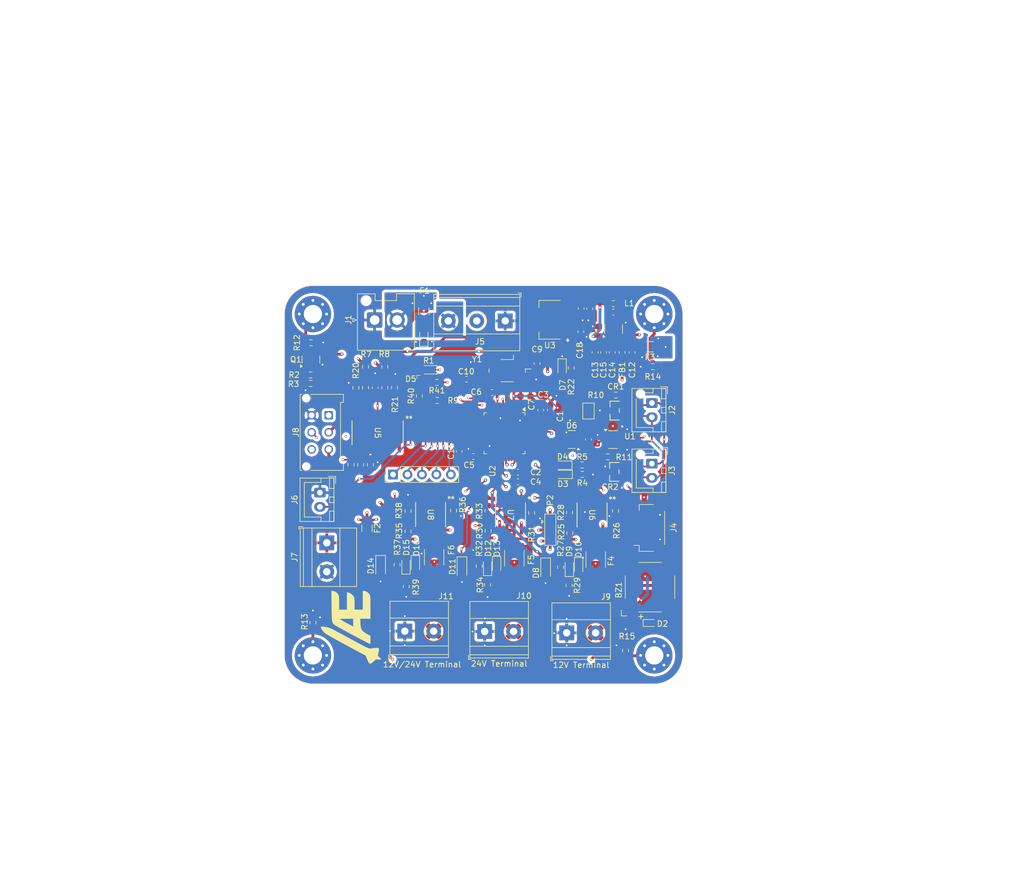
<source format=kicad_pcb>
(kicad_pcb (version 20241229) (generator "pcbnew") (generator_version "9.0")
  (layers (0 "F.Cu" power) (4 "In1.Cu" power) (6 "In2.Cu" power) (2 "B.Cu" power) (13 "F.Paste" user) (15 "B.Paste" user) (5 "F.SilkS" user "F.Silkscreen") (7 "B.SilkS" user "B.Silkscreen") (1 "F.Mask" user) (3 "B.Mask" user) (25 "Edge.Cuts" user))
  (net 0 "")
  (net 1 "+3V3")
  (net 2 "Net-(BZ1-+)")
  (net 3 "Earth")
  (net 4 "Net-(C12-Pad2)")
  (net 5 "5V")
  (net 6 "Net-(U2-VCAP)")
  (net 7 "/OSC_IN")
  (net 8 "/OSC_OUT")
  (net 9 "/CAN_L")
  (net 10 "/CAN_H")
  (net 11 "/SOL1_OUT")
  (net 12 "Net-(D3-K)")
  (net 13 "+10V")
  (net 14 "/SOL3_OUT")
  (net 15 "JMPR")
  (net 16 "/SOL2_OUT")
  (net 17 "/SOL1_SENSE")
  (net 18 "/CAN_RX")
  (net 19 "/CAN_TX")
  (net 20 "/LED_B")
  (net 21 "/LED_G")
  (net 22 "/LED_R")
  (net 23 "Net-(D4-K)")
  (net 24 "/LED_TX")
  (net 25 "/LED_RX")
  (net 26 "Net-(D7-A)")
  (net 27 "/SOL2_SENSE")
  (net 28 "/SOL3_SENSE")
  (net 29 "+24V")
  (net 30 "V_input")
  (net 31 "Net-(F6-Pad2)")
  (net 32 "Net-(D9-K)")
  (net 33 "Net-(D12-K)")
  (net 34 "Net-(H1-Pad1)")
  (net 35 "Net-(H2-Pad1)")
  (net 36 "Net-(H3-Pad1)")
  (net 37 "Net-(H4-Pad1)")
  (net 38 "/NRST")
  (net 39 "/SW_DIO")
  (net 40 "/BOOT0")
  (net 41 "/SW_CLK")
  (net 42 "/pull_1")
  (net 43 "/pull_3")
  (net 44 "/pull_2")
  (net 45 "Net-(D15-K)")
  (net 46 "/MOTOR_PWM")
  (net 47 "Net-(Q1-B)")
  (net 48 "/BUZZER")
  (net 49 "Net-(F4-Pad2)")
  (net 50 "/Hall Sensor Buffer/HALL3")
  (net 51 "/Hall Sensor Buffer/HALL2")
  (net 52 "/Hall Sensor Buffer/HALL1")
  (net 53 "/SOL1")
  (net 54 "/SOL2")
  (net 55 "/SOL3")
  (net 56 "Net-(F5-Pad2)")
  (net 58 "Net-(JP1-B)")
  (net 62 "/HALL2_buff")
  (net 63 "/HALL1_buff")
  (net 69 "/HALL3_buff")
  (net 71 "Net-(U6-MULTISENSE)")
  (net 72 "Net-(U7-MULTISENSE)")
  (net 73 "Net-(U8-MULTISENSE)")
  (net 74 "Net-(J7-Pin_1)")
  (net 78 "Net-(D5-BK)")
  (net 79 "Net-(D5-GK)")
  (net 80 "Net-(D5-RK)")
  (net 81 "/PB0")
  (net 82 "/PB10")
  (net 83 "/PB2")
  (net 84 "/PA7")
  (net 85 "/PB1")
  (net 86 "Net-(U9-EN)")
  (net 87 "Net-(U9-BST)")
  (net 88 "Net-(U9-SW)")
  (footprint "Resistor_SMD:R_0603_1608Metric_Pad0.98x0.95mm_HandSolder" (layer "F.Cu") (at 87.642518 87.954001 -90)
    (property "Reference" "R18" (hide yes))
    (property "Value" "10k" (hide yes))
  )
  (footprint "Capacitor_SMD:C_0603_1608Metric_Pad1.08x0.95mm_HandSolder" (layer "F.Cu") (at 102 86.45 180)
    (property "Reference" "C10")
    (property "Value" "18p" (hide yes))
  )
  (footprint "Capacitor_SMD:C_0603_1608Metric_Pad1.08x0.95mm_HandSolder" (layer "F.Cu") (at 122.15 74.05 -90)
    (property "Reference" "C17" (hide yes))
    (property "Value" "10u" (hide yes))
  )
  (footprint "Connector_JST:JST_XH_B2B-XH-AM_1x02_P2.50mm_Vertical" (layer "F.Cu") (at 134.580767 90.638751 -90)
    (property "Reference" "J2")
    (property "Value" "CAN input" (hide yes))
  )
  (footprint "ESD2CAN36-Q1:SOT-23-3_DBZ_TEX" (layer "F.Cu") (at 128.035767 91.969751 90)
    (property "Reference" "CR1")
    (property "Value" "ESD2CAN36DBZRQ1" (hide yes))
  )
  (footprint "Resistor_SMD:R_0603_1608Metric_Pad0.98x0.95mm_HandSolder" (layer "F.Cu") (at 128.189517 109.590001 -90)
    (property "Reference" "R26")
    (property "Value" "15k" (hide yes))
  )
  (footprint "Capacitor_SMD:C_0603_1608Metric_Pad1.08x0.95mm_HandSolder" (layer "F.Cu") (at 100.7 99.13 90)
    (property "Reference" "C11")
    (property "Value" "4u7" (hide yes))
  )
  (footprint "Package_QFP:LQFP-48_7x7mm_P0.5mm" (layer "F.Cu") (at 108.684517 95.952501 -90)
    (property "Reference" "U2")
    (property "Value" "STM32U575CGTx" (hide yes))
  )
  (footprint "LED_SMD:LED_0603_1608Metric_Pad1.05x0.95mm_HandSolder" (layer "F.Cu") (at 91.360483 119.055 90)
    (property "Reference" "D15")
    (property "Value" "LED" (hide yes))
  )
  (footprint "LED_SMD:LED_Lumex_SML-LX0404SIUPGUSB" (layer "F.Cu") (at 94.1 86.6)
    (property "Reference" "D5")
    (property "Value" "LED_ARBG" (hide yes))
  )
  (footprint "Resistor_SMD:R_0603_1608Metric" (layer "F.Cu") (at 96.8 87 180)
    (property "Reference" "R41")
    (property "Value" "56" (hide yes))
  )
  (footprint "TerminalBlock_Phoenix:TerminalBlock_Phoenix_MKDS-1,5-2-5.08_1x02_P5.08mm_Horizontal" (layer "F.Cu") (at 91.144517 130.740001)
    (property "Reference" "J11")
    (property "Value" "12V/24V Terminal")
  )
  (footprint "Fuse:Fuse_1206_3216Metric" (layer "F.Cu") (at 134.25 80.75 180)
    (property "Reference" "F3")
    (property "Value" "Fuse" (hide yes))
  )
  (footprint "Capacitor_SMD:C_0603_1608Metric_Pad1.08x0.95mm_HandSolder" (layer "F.Cu") (at 127.8 74.670098 180)
    (property "Reference" "C19" (hide yes))
    (property "Value" "0.1u" (hide yes))
  )
  (footprint "Jumper:SolderJumper-2_P1.3mm_Open_TrianglePad1.0x1.5mm" (layer "F.Cu") (at 123.435767 92.041251 90)
    (property "Reference" "JP1" (hide yes))
    (property "Value" "SolderJumper_2_Open" (hide yes))
  )
  (footprint "Resistor_SMD:R_0603_1608Metric_Pad0.98x0.95mm_HandSolder" (layer "F.Cu") (at 122.3525 103.19)
    (property "Reference" "R4")
    (property "Value" "~" (hide yes))
  )
  (footprint "TerminalBlock_Phoenix:TerminalBlock_Phoenix_MKDS-1,5-2-5.08_1x02_P5.08mm_Horizontal" (layer "F.Cu") (at 105.189517 130.790001)
    (property "Reference" "J10")
    (property "Value" "24V Terminal")
  )
  (footprint "MountingHole:MountingHole_3.2mm_M3_Pad_Via" (layer "F.Cu") (at 75 135)
    (property "Reference" "H2" (hide yes))
    (property "Value" "MountingHole_Pad" (hide yes))
  )
  (footprint "AESIR LOGO:AESIR LOGO" (layer "F.Cu") (at 81.9 130 90)
    (property "Reference" "G***" (hide yes))
    (property "Value" "LOGO" (hide yes))
  )
  (footprint "Resistor_SMD:R_0603_1608Metric" (layer "F.Cu") (at 105.7 122.6 -90)
    (property "Reference" "R34")
    (property "Value" "100" (hide yes))
  )
  (footprint "MountingHole:MountingHole_3.2mm_M3_Pad_Via" (layer "F.Cu") (at 135 75)
    (property "Reference" "H3" (hide yes))
    (property "Value" "MountingHole_Pad" (hide yes))
  )
  (footprint "VN7050ASTR:SOIC_050ASTR_STM" (layer "F.Cu") (at 109.734517 110.285001 -90)
    (property "Reference" "U7")
    (property "Value" "VN7050ASTR" (hide yes))
  )
  (footprint "Resistor_SMD:R_0603_1608Metric_Pad0.98x0.95mm_HandSolder" (layer "F.Cu") (at 81.705613 101.470815 -90)
    (property "Reference" "R6" (hide yes))
    (property "Value" "10k" (hide yes))
  )
  (footprint "TerminalBlock_Phoenix:TerminalBlock_Phoenix_MKDS-1,5-2-5.08_1x02_P5.08mm_Horizontal" (layer "F.Cu") (at 77.434517 115.210001 -90)
    (property "Reference" "J7")
    (property "Value" "Motor Terminal" (hide yes))
  )
  (footprint "Diode_SMD:D_SOD-523" (layer "F.Cu") (at 134.3 129.3)
    (property "Reference" "D2")
    (property "Value" "D" (hide yes))
  )
  (footprint "Connector_JST:JST_XH_B2B-XH-A_1x02_P2.50mm_Vertical" (layer "F.Cu") (at 76.234517 106.390001 -90)
    (property "Reference" "J6")
    (property "Value" "PWM" (hide yes))
  )
  (footprint "Resistor_SMD:R_0603_1608Metric_Pad0.98x0.95mm_HandSolder" (layer "F.Cu") (at 120.102017 109.877501 -90)
    (property "Reference" "R28")
    (property "Value" "1k" (hide yes))
  )
  (footprint "Package_TO_SOT_SMD:SOT-223-3_TabPin2" (layer "F.Cu") (at 116.65 76 180)
    (property "Reference" "U3")
    (property "Value" "AMS1117-3.3" (hide yes))
  )
  (footprint "Resistor_SMD:R_0603_1608Metric_Pad0.98x0.95mm_HandSolder" (layer "F.Cu") (at 128.235767 89.241251 180)
    (property "Reference" "R10")
    (property "Value" "120" (hide yes))
  )
  (footprint "Capacitor_SMD:C_0603_1608Metric_Pad1.08x0.95mm_HandSolder" (layer "F.Cu") (at 122.1 78.1 -90)
    (property "Reference" "C18")
    (property "Value" "22u" (hide yes))
  )
  (footprint "LED_SMD:LED_0603_1608Metric_Pad1.05x0.95mm_HandSolder" (layer "F.Cu") (at 118.884999 101.57 180)
    (property "Reference" "D4")
    (property "Value" "rx" (hide yes))
  )
  (footprint "Fuse:Fuse_1206_3216Metric" (layer "F.Cu") (at 84.5 112.65 -90)
    (property "Reference" "F2")
    (property "Value" "5A" (hide yes))
  )
  (footprint "Capacitor_SMD:C_0603_1608Metric_Pad1.08x0.95mm_HandSolder" (layer "F.Cu") (at 127.6 81.732598 -90)
    (property "Reference" "C14")
    (property "Value" "0.1u" (hide yes))
  )
  (footprint "Diode_SMD:D_0603_1608Metric_Pad1.05x0.95mm_HandSolder" (layer "F.Cu") (at 121.7 119.460001 -90)
    (property "Reference" "D10")
    (property "Value" "28V" (hide yes))
  )
  (footprint "Capacitor_SMD:C_0603_1608Metric_Pad1.08x0.95mm_HandSolder" (layer "F.Cu") (at 115.052017 91.868789 90)
    (property "Reference" "C7")
    (property "Value" "100n" (hide yes))
  )
  (footprint "Diode_SMD:D_0603_1608Metric_Pad1.05x0.95mm_HandSolder" (layer "F.Cu") (at 94.5 79 90)
    (property "Reference" "D1" (hide yes))
    (property "Value" "28V" (hide yes))
  )
  (footprint "Connector_Molex:Molex_Micro-Fit_3.0_43045-0612_2x03_P3.00mm_Vertical" (layer "F.Cu") (at 77.774517 92.790001 -90)
    (property "Reference" "J8")
    (property "Value" "Hall sensor" (hide yes))
  )
  (footprint "Fuse:Fuse_1812_4532Metric" (layer "F.Cu") (at 110.4 117.9375 90)
    (property "Reference" "F5")
    (property "Value" "2.0 A" (hide yes))
  )
  (footprint "Diode_SMD:D_SOD-323_HandSoldering" (layer "F.Cu") (at 115.9 119.892501 -90)
    (property "Reference" "D8")
    (property "Value" "3V" (hide yes))
  )
  (footprint "Connector_JST:JST_SH_SM06B-SRSS-TB_1x06-1MP_P1.00mm_Horizontal" (layer "F.Cu") (at 134.134517 112.590001 90)
    (property "Reference" "J4")
    (property "Value" "jst_sh 4" (hide yes))
  )
  (footprint "Diode_SMD:D_0603_1608Metric_Pad1.05x0.95mm_HandSolder" (layer "F.Cu") (at 107.29 119.265001 -90)
    (property "Reference" "D13")
    (property "Value" "28V" (hide yes))
  )
  (footprint "Capacitor_SMD:C_0603_1608Metric_Pad1.08x0.95mm_HandSolder" (layer "F.Cu") (at 123.435767 97.041251 -90)
    (property "Reference" "C8" (hide yes))
    (property "Value" "0.1u" (hide yes))
  )
  (footprint "Resistor_SMD:R_0603_1608Metric_Pad0.98x0.95mm_HandSolder" (layer "F.Cu") (at 134.75 84.25)
    (property "Reference" "R14")
    (property "Value" "1M" (hide yes))
  )
  (footprint "Capacitor_SMD:C_0603_1608Metric_Pad1.08x0.95mm_HandSolder" (layer "F.Cu") (at 125.35 78.05 90)
    (property "Reference" "C21" (hide yes))
    (property "Value" "22u" (hide yes))
  )
  (footprint "TerminalBlock_Phoenix:TerminalBlock_Phoenix_MKDS-1,5-2-5.08_1x02_P5.08mm_Horizontal" (layer "F.Cu") (at 119.609517 131.030001)
    (property "Reference" "J9")
    (property "Value" "12V Terminal")
  )
  (footprint "Resistor_SMD:R_0603_1608Metric" (layer "F.Cu") (at 120.03 122.7 -90)
    (property "Reference" "R29")
    (property "Value" "100" (hide yes))
  )
  (footprint "Resistor_SMD:R_0603_1608Metric_Pad0.98x0.95mm_HandSolder" (layer "F.Cu") (at 89.339574 87.954001 90)
    (property "Reference" "R21")
    (property "Value" "15k" (hide yes))
  )
  (footprint "Resistor_SMD:R_0603_1608Metric" (layer "F.Cu") (at 93.7 89.4 90)
    (property "Reference" "R40")
    (property "Value" "22" (hide yes))
  )
  (footprint "Fuse:Fuse_1206_3216Metric" (layer "F.Cu") (at 94.5 74.5 -90)
    (property "Reference" "F1")
    (property "Value" "15A")
  )
  (footprint "Buzzer_Beeper:MagneticBuzzer_CUI_CMT-8504-100-SMT" (layer "F.Cu") (at 134.25 123 90)
    (property "Reference" "BZ1")
    (property "Value" "CMT-8504-100" (hide yes))
  )
  (footprint "Capacitor_SMD:C_0603_1608Metric_Pad1.08x0.95mm_HandSolder" (layer "F.Cu") (at 85.945462 87.954001 -90)
    (property "Reference" "C20" (hide yes))
    (property "Value" "0.1u" (hide yes))
  )
  (footprint "Capacitor_SMD:C_0603_1608Metric_Pad1.08x0.95mm_HandSolder" (layer "F.Cu") (at 114.4 83.7 -90)
    (property "Reference" "C9")
    (property "Value" "18p" (hide yes))
  )
  (footprint "Inductor_SMD:L_0603_1608Metric_Pad1.05x0.95mm_HandSolder" (layer "F.Cu") (at 127.8 73.170098 180)
    (property "Reference" "L1")
    (property "Value" "4.7uH" (hide yes))
  )
  (footprint "Capacitor_SMD:C_0603_1608Metric_Pad1.08x0.95mm_HandSolder" (layer "F.Cu") (at 124.6 81.732598 -90)
    (property "Reference" "C13")
    (property "Value" "10u" (hide yes))
  )
  (footprint "Capacitor_SMD:C_0603_1608Metric_Pad1.08x0.95mm_HandSolder" (layer "F.Cu") (at 111.034517 104.487058 180)
    (property "Reference" "C4")
    (property "Value" "100n" (hide yes))
  )
  (footprint "Resistor_SMD:R_0603_1608Metric_Pad0.98x0.95mm_HandSolder" (layer "F.Cu") (at 84.248405 87.954001 -90)
    (property "Reference" "R17" (hide yes))
    (property "Value" "10k" (hide yes))
  )
  (footprint "Resistor_SMD:R_0603_1608Metric_Pad0.98x0.95mm_HandSolder" (layer "F.Cu") (at 118.53 119.4925 90)
    (property "Reference" "R27")
    (property "Value" "47k" (hide yes))
  )
  (footprint "Resistor_SMD:R_0603_1608Metric_Pad0.98x0.95mm_HandSolder" (layer "F.Cu") (at 84.248405 84.277046 -90)
    (property "Reference" "R7")
    (property "Value" "10k" (hide yes))
  )
  (footprint "Resistor_SMD:R_0603_1608Metric_Pad0.98x0.95mm_HandSolder" (layer "F.Cu") (at 74.6 85.7 180)
    (property "Reference" "R2")
    (property "Value" "470" (hide yes))
  )
  (footprint "Resistor_SMD:R_0603_1608Metric_Pad0.98x0.95mm_HandSolder" (layer "F.Cu") (at 74.6125 87.190001)
    (property "Reference" "R3")
    (property "Value" "10k" (hide yes))
  )
  (footprint "Fuse:Fuse_1812_4532Metric" (layer "F.Cu") (at 96.3 117.7375 90)
    (property "Reference" "F6")
    (property "Value" "2.0 A" (hide yes))
  )
  (footprint "LED_SMD:LED_0603_1608Metric_Pad1.05x0.95mm_HandSolder" (layer "F.Cu") (at 118.934517 103.190001 180)
    (property "Reference" "D3")
    (property "Value" "tx" (hide yes))
  )
  (footprint "Resistor_SMD:R_0603_1608Metric_Pad0.98x0.95mm_HandSolder" (layer "F.Cu") (at 120.154517 113.5 -90)
    (property "Reference" "R25")
    (property "Value" "47k" (hide yes))
  )
  (footprint "Connector_JST:JST_XH_B2B-XH-AM_1x02_P2.50mm_Vertical" (layer "F.Cu") (at 134.580767 101.291251 -90)
    (property "Reference" "J3")
    (property "Value" "CAN out (optional)")
  )
  (footprint "Resistor_SMD:R_0603_1608Metric_Pad0.98x0.95mm_HandSolder" (layer "F.Cu") (at 87.642518 84.277046 -90)
    (property "Reference" "R8")
    (property "Value" "10k" (hide yes))
  )
  (footprint "Resistor_SMD:R_0603_1608Metric_Pad0.98x0.95mm_HandSolder" (layer "F.Cu") (at 113.45 109.9625 -90)
    (property "Reference" "R31")
    (property "Value" "15k" (hide yes))
  )
  (footprint "MountingHole:MountingHole_3.2mm_M3_Pad_Via" (layer "F.Cu") (at 75 75)
    (property "Reference" "H1" (hide yes))
    (property "Value" "MountingHole_Pad" (hide yes))
  )
  (footprint "Package_TO_SOT_SMD:TSOT-23-6" (layer "F.Cu") (at 127.85 77.6375 90)
    (property "Reference" "U9" (hide yes))
    (property "Value" "AP63205WU" (hide yes))
  )
  (footprint "Capacitor_SMD:C_0603_1608Metric_Pad1.08x0.95mm_HandSolder" (layer "F.Cu") (at 126.1 81.732598 -90)
    (property "Reference" "C15")
    (property "Value" "1u" (hide yes))
  )
  (footprint "LED_SMD:LED_0603_1608Metric_Pad1.05x0.95mm_HandSolder" (layer "F.Cu") (at 118.8 84.525 -90)
    (property "Reference" "D7")
    (property "Value" "LED" (hide yes))
  )
  (footprint "LED_SMD:LED_0603_1608Metric_Pad1.05x0.95mm_HandSolder" (layer "F.Cu") (at 120.07 119.485 90)
    (property "Reference" "D9")
    (property "Value" "LED" (hide yes))
  )
  (footprint "LMV324AIDR:D14_TEX" (layer "F.Cu") (at 86.372518 95.862947 -90)
    (property "Reference" "U5")
    (property "Value" "LMV324AIDR" (hide yes))
  )
  (footprint "Resistor_SMD:R_0603_1608Metric_Pad0.98x0.95mm_HandSolder" (layer "F.Cu") (at 91.724517 113.2 -90)
    (property "Reference" "R35")
    (property "Value" "47k" (hide yes))
  )
  (footprint "Jumper:SolderJumper-3_P2.0mm_Open_TrianglePad1.0x1.5mm" (layer "F.Cu") (at 116.7 112.9 -90)
    (property "Reference" "JP2")
    (property "Value" "Solder jumper" (hide yes))
  )
  (footprint "Diode_SMD:D_0603_1608Metric_Pad1.05x0.95mm_HandSolder" (layer "F.Cu") (at 93.010483 119.1 -90)
    (property "Reference" "D16")
    (property "Value" "28V" (hide yes))
  )
  (footprint "Capacitor_SMD:C_0603_1608Metric_Pad1.08x0.95mm_HandSolder" (layer "F.Cu") (at 111.034517 102.790001 180)
    (property "Reference" "C2")
    (property "Value" "4u7" (hide yes))
  )
  (footprint "Inductor_SMD:L_0603_1608Metric_Pad1.05x0.95mm_HandSolder" (layer "F.Cu") (at 129.35 81.732598 90)
    (property "Reference" "FB1")
    (property "Value" "BLM18KG102SN1D" (hide yes))
  )
  (footprint "Connector_JST:JST_VH_B2P-VH-FB-B_1x02_P3.96mm_Vertical" (layer "F.Cu") (at 85.8425 76.05)
    (property "Reference" "J1")
    (property "Value" "INPUT" (hide yes))
  )
  (footprint "Resistor_SMD:R_0603_1608Metric_Pad0.98x0.95mm_HandSolder" (layer "F.Cu") (at 104.234517 119.285001 90)
    (property "Reference" "R32")
    (property "Value" "47k" (hide yes))
  )
  (footprint "Resistor_SMD:R_0603_1608Metric" (layer "F.Cu") (at 91.4 122.9 -90)
    (property "Reference" "R39")
    (property "Value" "100" (hide yes))
  )
  (footprint "VN7050ASTR:SOIC_050ASTR_STM" (layer "F.Cu") (at 124.059517 110.309151 -90)
    (property "Reference" "U6")
    (property "Value" "VN7050ASTR" (hide yes))
  )
  (footprint "Capacitor_SMD:C_0603_1608Metric_Pad1.08x0.95mm_HandSolder" (layer "F.Cu") (at 106.5 88.8 180)
    (property "Reference" "C6")
    (property "Value" "100n" (hide yes))
  )
  (footprint "Package_TO_SOT_SMD:SOT-23" (layer "F.Cu") (at 120.498267 97.041251 180)
    (property "Reference" "D6")
    (property "Value" "SZNUP2105L" (hide yes))
  )
  (footprint "LED_SMD:LED_0603_1608Metric_Pad1.05x0.95mm_HandSolder" (layer "F.Cu") (at 105.7 119.325 90)
    (property "Reference" "D12")
    (property "Value" "LED" (hide yes))
  )
  (footprint "VN7050ASTR:SOIC_050ASTR_STM" (layer "F.Cu") (at 95.689517 110.240001 -90)
    (property "Reference" "U8")
    (property "Value" "VN7050ASTR" (hide yes))
  )
  (footprint "Resistor_SMD:R_0603_1608Metric_Pad0.98x0.95mm_HandSolder" (layer "F.Cu") (at 129.95 134.15 -90)
    (property "Reference" "R15")
    (property "Value" "1M" (hide yes))
  )
  (footprint "Resistor_SMD:R_0603_1608Metric_Pad0.98x0.95mm_HandSolder" (layer "F.Cu") (at 126.834517 100.090001)
    (property "Reference" "R11")
    (property "Value" "10k" (hide yes))
  )
  (footprint "Resistor_SMD:R_0603_1608Metric_Pad0.98x0.95mm_HandSolder" (layer "F.Cu") (at 105.769517 109.590001 -90)
    (property "Reference" "R33")
    (property "Value" "1k" (hide yes))
  )
  (footprint "Diode_SMD:D_SOD-323_HandSoldering" (layer "F.Cu") (at 101.2 119.680001 -90)
    (property "Reference" "D11")
    (property "Value" "3V" (hide yes))
  )
  (footprint "Resistor_SMD:R_0603_1608Metric_Pad0.98x0.95mm_HandSolder" (layer "F.Cu") (at 99.724517 109.545001 -90)
    (property "Reference" "R36")
    (property "Value" "15k" (hide yes))
  )
  (footprint "Resistor_SMD:R_0603_1608Metric_Pad0.98x0.95mm_HandSolder" (layer "F.Cu") (at 75 129.2375 -90)
    (property "Reference" "R13")
    (property "Value" "1M" (hide yes))
  )
  (footprint "Resistor_SMD:R_0603_1608Metric_Pad0.98x0.95mm_HandSolder" (layer "F.Cu") (at 82.551349 87.954001 90)
    (property "Reference" "R20")
    (property "Value" "15k" (hide yes))
  )
  (footprint "LED_SMD:LED_0603_1608Metric" (layer "F.Cu") (at 95.3125 84.8 180)
    (property "Reference" "R1")
    (property "Value" "56" (hide yes))
  )
  (footprint "Connector_PinHeader_2.54mm:PinHeader_1x05_P2.54mm_Vertical" (layer "F.Cu") (at 89.085 103.2 90)
    (property "Reference" "J12" (hide yes))
    (property "Value" "Extra NF" (hide yes))
  )
  (footprint "Capacitor_SMD:C_0603_1608Metric_Pad1.08x0.95mm_HandSolder" (layer "F.Cu") (at 116.749073 91.868789 90)
    (property "Reference" "C1")
    (property "Value" "4u7" (hide yes))
  )
  (footprint "Diode_SMD:D_SOD-323_HandSoldering" (layer "F.Cu") (at 86.9 119.45 -90)
    (property "Reference" "D14")
    (property "Value" "3V" (hide yes))
  )
  (footprint "Capacitor_SMD:C_0603_1608Metric_Pad1.08x0.95mm_HandSolder" (layer "F.Cu") (at 112.365008 89.450654)
    (property "Reference" "C3")
    (property "Value" "100n" (hide yes))
  )
  (footprint "Crystal:Crystal_SMD_0603-4Pin_6.0x3.5mm_HandSoldering" (layer "F.Cu") (at 109.150001 84.95 180)
    (property "Reference" "Y1")
    (property "Value" "48MHz" (hide yes))
  )
  (footprint "Resistor_SMD:R_0603_1608Metric_Pad0.98x0.95mm_HandSolder" (layer "F.Cu") (at 96.85 90.2 180)
    (property "Reference" "R9")
    (property "Value" "10k" (hide yes))
  )
  (footprint "TerminalBlock_Phoenix:TerminalBlock_Phoenix_MKDS-1,5-3_1x03_P5.00mm_Horizontal" (layer "F.Cu") (at 108.8 76.2 180)
    (property "Reference" "J5")
    (property "Value" "Step Up Terminal" (hide yes))
  )
  (footprint "Resistor_SMD:R_0603_1608Metric_Pad0.98x0.95mm_HandSolder" (layer "F.Cu") (at 105.8 113.1 -90)
    (property "Reference" "R30")
    (property "Value" "47k" (hide yes))
  )
  (footprint "Resistor_SMD:R_0603_1608Metric_Pad0.98x0.95mm_HandSolder" (layer "F.Cu") (at 89.8 119.055 90)
    (property "Reference" "R37")
    (property "Value" "47k" (hide yes))
  )
  (footprint "MountingHole:MountingHole_3.2mm_M3_Pad_Via" (layer "F.Cu") (at 135 135)
    (property "Reference" "H4" (hide yes))
    (property "Value" "MountingHole_Pad" (hide yes))
  )
  (footprint "Package_TO_SOT_SMD:TSOT-23-8" (layer "F.Cu") (at 127.735767 97.066251)
    (property "Reference" "U1")
    (property "Value" "TCAN334GDCN" (hide yes))
  )
  (footprint "Fuse:Fuse_1812_4532Metric" (layer "F.Cu") (at 124.7 118.1625 90)
    (property "Reference" "F4")
    (property "Value" "2.0 A" (hide yes))
  )
  (footprint "Resistor_SMD:R_0603_1608Metric_Pad0.98x0.95mm_HandSolder" (layer "F.Cu") (at 122.322017 101.53)
    (property "Reference" "R5")
    (property "Value" "~" (hide yes))
  )
  (footprint "Capacitor_SMD:C_0603_1608Metric_Pad1.08x0.95mm_HandSolder" (layer "F.Cu") (at 131.1 81.732598 90)
    (property "Reference" "C12")
    (property "Value" "1u" (hide yes))
  )
  (footprint "Resistor_SMD:R_0603_1608Metric_Pad0.98x0.95mm_HandSolder" (layer "F.Cu") (at 120.4 84.5 -90)
    (property "Reference" "R22")
    (property "Value" "1k" (hide yes))
  )
  (footprint "Capacitor_SMD:C_0603_1608Metric_Pad1.08x0.95mm_HandSolder" (layer "F.Cu") (at 123.65 74.05 -90)
    (property "Reference" "C16" (hide yes))
    (property "Value" "22u" (hide yes))
  )
  (footprint "Resistor_SMD:R_0603_1608Metric_Pad0.98x0.95mm_HandSolder" (layer "F.Cu") (at 74.65 80.05 180)
    (property "Reference" "R12")
    (property "Value" "1M" (hide yes))
  )
  (footprint "ESD2CAN36-Q1:SOT-23-3_DBZ_TEX" (layer "F.Cu") (at 127.985767 102.741252 90)
    (property "Reference" "CR2")
    (property "Value" "ESD2CAN36DBZRQ1" (hide yes))
  )
  (footprint "Resistor_SMD:R_0603_1608Metric_Pad0.98x0.95mm_HandSolder" (layer "F.Cu") (at 83.40267 101.470815 90)
    (property "Reference" "R16" (hide yes))
    (property "Value" "10k" (hide yes))
  )
  (footprint "Resistor_SMD:R_0603_1608Metric_Pad0.98x0.95mm_HandSolder" (layer "F.Cu") (at 91.724517 109.632501 90)
    (property "Reference" "R38")
    (property "Value" "1k" (hide yes))
  )
  (footprint "Resistor_SMD:R_0603_1608Metric_Pad0.98x0.95mm_HandSolder" (layer "F.Cu") (at 85.099726 101.470815 -90)
    (property "Reference" "R19" (hide yes))
    (property "Value" "15k" (hide yes))
  )
  (footprint "Package_TO_SOT_SMD:SOT-23" (layer "F.Cu") (at 74.65 83 90)
    (property "Reference" "Q1")
    (property "Value" "MMBT3904" (hide yes))
  )
  (footprint "Capacitor_SMD:C_0603_1608Metric_Pad1.08x0.95mm_HandSolder" (layer "F.Cu") (at 103.2 100.05 180)
    (property "Reference" "C5")
    (property "Value" "100n" (hide yes))
  )
  (gr_arc (start 135 70) (mid 138.535534 71.464466) (end 140 75) (stroke (width 0.05)) (layer "Edge.Cuts"))
  (gr_arc (start 70 75) (mid 71.464466 71.464466) (end 75 70) (stroke (width 0.05)) (layer "Edge.Cuts"))
  (gr_line (start 140 80) (end 140 75) (stroke (width 0.05)) (layer "Edge.Cuts"))
  (gr_arc (start 140 135) (mid 138.535534 138.535534) (end 135 140) (stroke (width 0.05)) (layer "Edge.Cuts"))
  (gr_line (start 135 70) (end 75 70) (stroke (width 0.05)) (layer "Edge.Cuts"))
  (gr_line (start 75 140) (end 135 140) (stroke (width 0.05)) (layer "Edge.Cuts"))
  (gr_arc (start 75 140) (mid 71.464466 138.535534) (end 70 135) (stroke (width 0.05)) (layer "Edge.Cuts"))
  (gr_line (start 70 75) (end 70 135) (stroke (width 0.05)) (layer "Edge.Cuts"))
  (gr_line (start 140 135) (end 140 80) (stroke (width 0.05)) (layer "Edge.Cuts"))
  (segment (start 111.897018 104.487058) (end 113.087058 104.487058) (width 0.3) (layer "F.Cu") (net 1))
  (segment (start 95.1375 89.4) (end 92.9 89.4) (width 0.3) (layer "F.Cu") (net 1))
  (segment (start 92.45 88.95) (end 92.45 86.75) (width 0.3) (layer "F.Cu") (net 1))
  (segment (start 123.435767 97.903751) (end 124.973267 97.903751) (width 0.5) (layer "F.Cu") (net 1))
  (segment (start 92.45 86.75) (end 93.025 86.175) (width 0.3) (layer "F.Cu") (net 1))
  (segment (start 126.598267 97.391251) (end 127.433267 97.391251) (width 0.3) (layer "F.Cu") (net 1))
  (segment (start 111.434518 89.518643) (end 111.434518 91.790001) (width 0.3) (layer "F.Cu") (net 1))
  (segment (start 110.25 89.4) (end 111.451853 89.4) (width 0.3) (layer "F.Cu") (net 1))
  (segment (start 92.9 89.4) (end 92.45 88.95) (width 0.3) (layer "F.Cu") (net 1))
  (segment (start 133.4 121.1) (end 133.4 116.355484) (width 0.5) (layer "F.Cu") (net 1))
  (segment (start 119.8 76) (end 113.5 76) (width 0.5) (layer "F.Cu") (net 1))
  (segment (start 107.434518 91.790001) (end 107.434518 89.9) (width 0.3) (layer "F.Cu") (net 1))
  (segment (start 104.522017 98.702501) (end 104.522017 99.590484) (width 0.3) (layer "F.Cu") (net 1))
  (segment (start 107.434518 89.9) (end 107.434518 88.872017) (width 0.3) (layer "F.Cu") (net 1))
  (segment (start 111.434517 102.3275) (end 111.897018 102.790001) (width 0.3) (layer "F.Cu") (net 1))
  (segment (start 132.7 125.3) (end 131.5 126.5) (width 0.5) (layer "F.Cu") (net 1))
  (segment (start 124.973267 97.903751) (end 125.035767 97.841251) (width 0.5) (layer "F.Cu") (net 1))
  (segment (start 133.4 116.355484) (end 132.134517 115.090001) (width 0.5) (layer "F.Cu") (net 1))
  (segment (start 127.433267 97.391251) (end 127.734517 97.090001) (width 0.3) (layer "F.Cu") (net 1))
  (segment (start 126.598267 97.391251) (end 125.485767 97.391251) (width 0.3) (layer "F.Cu") (net 1))
  (segment (start 93.025 86.175) (end 93.675 86.175) (width 0.3) (layer "F.Cu") (net 1))
  (segment (start 120.8625 76) (end 122.1 77.2375) (width 0.5) (layer "F.Cu") (net 1))
  (segment (start 127.734517 97.090001) (end 127.734517 94.690001) (width 0.3) (layer "F.Cu") (net 1))
  (segment (start 111.451853 89.4) (end 111.502507 89.450654) (width 0.3) (layer "F.Cu") (net 1))
  (segment (start 125.7 105.55) (end 126.1 105.95) (width 0.3) (layer "F.Cu") (net 1))
  (segment (start 95.9375 90.2) (end 95.1375 89.4) (width 0.3) (layer "F.Cu") (net 1))
  (segment (start 104.522017 99.590484) (end 104.062501 100.05) (width 0.3) (layer "F.Cu") (net 1))
  (segment (start 113.087058 104.487058) (end 114.15 105.55) (width 0.3) (layer "F.Cu") (net 1))
  (segment (start 115.052017 92.73129) (end 114.580806 93.2025) (width 0.3) (layer "F.Cu") (net 1))
  (segment (start 107.434518 88.872017) (end 107.362501 88.8) (width 0.3) (layer "F.Cu") (net 1))
  (segment (start 111.502507 89.450654) (end 111.434518 89.518643) (width 0.3) (layer "F.Cu") (net 1))
  (segment (start 131.5 126.5) (end 130.75 126.5) (width 0.5) (layer "F.Cu") (net 1))
  (segment (start 115.052017 92.73129) (end 116.749073 92.73129) (width 0.3) (layer "F.Cu") (net 1))
  (segment (start 118 91.480363) (end 116.749073 92.73129) (width 0.3) (layer "F.Cu") (net 1))
  (segment (start 114.580806 93.2025) (end 112.847017 93.2025) (width 0.3) (layer "F.Cu") (net 1))
  (segment (start 111.434517 100.115001) (end 111.434517 102.3275) (width 0.3) (layer "F.Cu") (net 1))
  (segment (start 119.8 76) (end 120.8625 76) (width 0.5) (layer "F.Cu") (net 1))
  (segment (start 125.485767 97.391251) (end 125.035767 97.841251) (width 0.3) (layer "F.Cu") (net 1))
  (segment (start 111.897018 104.487058) (end 111.897018 102.790001) (width 0.3) (layer "F.Cu") (net 1))
  (segment (start 114.15 105.55) (end 125.7 105.55) (width 0.3) (layer "F.Cu") (net 1))
  (via (at 110.25 89.4) (size 0.45) (drill 0.3) (layers "F.Cu" "B.Cu") (net 1))
  (via (at 133.2 107.2) (size 0.45) (drill 0.3) (layers "F.Cu" "B.Cu") (net 1))
  (via (at 127.734517 94.690001) (size 0.6) (drill 0.3) (layers "F.Cu" "B.Cu") (net 1))
  (via (at 133.4 121.1) (size 0.45) (drill 0.3) (layers "F.Cu" "B.Cu") (net 1))
  (via (at 126.1 105.95) (size 0.45) (drill 0.3) (layers "F.Cu" "B.Cu") (net 1))
  (via (at 107.434518 89.9) (size 0.45) (drill 0.3) (layers "F.Cu" "B.Cu") (net 1))
  (via (at 132.7 125.3) (size 0.45) (drill 0.3) (layers "F.Cu" "B.Cu") (net 1))
  (via (at 125.035767 97.841251) (size 0.45) (drill 0.3) (layers "F.Cu" "B.Cu") (net 1))
  (via (at 118 91.480363) (size 0.45) (drill 0.3) (layers "F.Cu" "B.Cu") (net 1))
  (segment (start 133.8 121.5) (end 133.4 121.1) (width 0.5) (layer "B.Cu") (net 1))
  (segment (start 133.8 124.2) (end 133.8 121.5) (width 0.5) (layer "B.Cu") (net 1))
  (segment (start 115.919637 89.4) (end 118 91.480363) (width 0.3) (layer "B.Cu") (net 1))
  (segment (start 132.7 125.3) (end 133.8 124.2) (width 0.5) (layer "B.Cu") (net 1))
  (segment (start 110.25 89.4) (end 115.919637 89.4) (width 0.3) (layer "B.Cu") (net 1))
  (segment (start 137.75 126.5) (end 137.75 126.55) (width 0.5) (layer "F.Cu") (net 2))
  (segment (start 87.238517 108.538517) (end 87.238517 115.011483) (width 0.5) (layer "F.Cu") (net 2))
  (segment (start 74.65 82.0625) (end 80.0875 82.0625) (width 0.5) (layer "F.Cu") (net 2))
  (segment (start 84 118.25) (end 84 130.7) (width 0.5) (layer "F.Cu") (net 2))
  (segment (start 127.75 124.65) (end 129.7 122.7) (width 0.5) (layer "F.Cu") (net 2))
  (segment (start 84 130.7) (end 89 135.7) (width 0.5) (layer "F.Cu") (net 2))
  (segment (start 86.775 108.075) (end 87.238517 108.538517) (width 0.5) (layer "F.Cu") (net 2))
  (segment (start 80.0875 82.0625) (end 80.1 82.05) (width 0.5) (layer "F.Cu") (net 2))
  (segment (start 87.238517 115.011483) (end 84 118.25) (width 0.5) (layer "F.Cu") (net 2))
  (segment (start 127.75 131.85) (end 127.75 124.65) (width 0.5) (layer "F.Cu") (net 2))
  (segment (start 129.7 122.7) (end 135.8 122.7) (width 0.5) (layer "F.Cu") (net 2))
  (segment (start 123.9 135.7) (end 127.75 131.85) (width 0.5) (layer "F.Cu") (net 2))
  (segment (start 137.75 126.55) (end 135 129.3) (width 0.5) (layer "F.Cu") (net 2))
  (segment (start 135.8 122.7) (end 137.75 124.65) (width 0.5) (layer "F.Cu") (net 2))
  (segment (start 137.75 124.65) (end 137.75 126.5) (width 0.5) (layer "F.Cu") (net 2))
  (via (at 123.9 135.7) (size 0.45) (drill 0.3) (layers "F.Cu" "B.Cu") (net 2))
  (via (at 80.1 82.05) (size 0.6) (drill 0.3) (layers "F.Cu" "B.Cu") (net 2))
  (via (at 80.8 96.5) (size 0.45) (drill 0.3) (layers "F.Cu" "B.Cu") (net 2))
  (via (at 89 135.7) (size 0.45) (drill 0.3) (layers "F.Cu" "B.Cu") (net 2))
  (via (at 86.775 108.075) (size 0.45) (drill 0.3) (layers "F.Cu" "B.Cu") (net 2))
  (segment (start 130.425996 114.090001) (end 128.189517 111.853522) (width 0.3) (layer "F.Cu") (net 3))
  (segment (start 131.1 82.595098) (end 132.8375 82.595098) (width 0.5) (layer "F.Cu") (net 3))
  (segment (start 116.749073 91.006288) (end 115.052017 91.006288) (width 0.5) (layer "F.Cu") (net 3))
  (segment (start 91.144517 128.105483) (end 91.15 128.1) (width 0.5) (layer "F.Cu") (net 3))
  (segment (start 129.435767 98.041251) (end 130.235767 98.841251) (width 0.3) (layer "F.Cu") (net 3))
  (segment (start 94.5 79.875) (end 93.125 79.875) (width 0.5) (layer "F.Cu") (net 3))
  (segment (start 117.734517 93.690001) (end 115.215144 93.690001) (width 0.3) (layer "F.Cu") (net 3))
  (segment (start 114.875 110.875) (end 114.9 110.9) (width 0.3) (layer "F.Cu") (net 3))
  (segment (start 123.435767 96.178751) (end 124.973267 96.178751) (width 0.5) (layer "F.Cu") (net 3))
  (segment (start 127.747017 100.090001) (end 128.987017 100.090001) (width 0.3) (layer "F.Cu") (net 3))
  (segment (start 96.324517 107.979401) (end 98.802617 110.457501) (width 0.5) (layer "F.Cu") (net 3))
  (segment (start 115.202644 93.702501) (end 112.847017 93.702501) (width 0.3) (layer "F.Cu") (net 3))
  (segment (start 107.934517 93.284517) (end 107.95 93.3) (width 0.3) (layer "F.Cu") (net 3))
  (segment (start 117.469999 131.030001) (end 117.4 131.1) (width 0.5) (layer "F.Cu") (net 3))
  (segment (start 114.23 86.5) (end 114.24 86.51) (width 0.5) (layer "F.Cu") (net 3))
  (segment (start 104.522017 98.202501) (end 106.047499 98.202501) (width 0.3) (layer "F.Cu") (net 3))
  (segment (start 107.29 118.04) (end 107.29 118.390001) (width 0.5) (layer "F.Cu") (net 3))
  (segment (start 101.137499 87.737499) (end 101.137499 86.45) (width 0.5) (layer "F.Cu") (net 3))
  (segment (start 122.8 109.8) (end 123.424517 109.175483) (width 0.5) (layer "F.Cu") (net 3))
  (segment (start 89.339574 87.041501) (end 89.339574 85.69126) (width 0.5) (layer "F.Cu") (net 3))
  (segment (start 100.402501 110.502501) (end 101 110.502501) (width 0.5) (layer "F.Cu") (net 3))
  (segment (start 124.215001 103.190001) (end 124.225 103.2) (width 0.3) (layer "F.Cu") (net 3))
  (segment (start 128.873267 96.091251) (end 129.385767 96.091251) (width 0.3) (layer "F.Cu") (net 3))
  (segment (start 103.2 116.5) (end 105.75 116.5) (width 0.5) (layer "F.Cu") (net 3))
  (segment (start 119.560767 95.810767) (end 119.55 95.8) (width 0.3) (layer "F.Cu") (net 3))
  (segment (start 85.945462 87.0915) (end 85.945462 85.408417) (width 0.5) (layer "F.Cu") (net 3))
  (segment (start 128.873267 98.041251) (end 129.435767 98.041251) (width 0.3) (layer "F.Cu") (net 3))
  (segment (start 99.724517 110.457501) (end 100.357501 110.457501) (width 0.5) (layer "F.Cu") (net 3))
  (segment (start 73.7 88.4) (end 73.7 87.190001) (width 0.5) (layer "F.Cu") (net 3))
  (segment (start 132.8375 82.595098) (end 132.85 82.582598) (width 0.5) (layer "F.Cu") (net 3))
  (segment (start 121.809999 110.790001) (end 122.8 109.8) (width 0.5) (layer "F.Cu") (net 3))
  (segment (start 120.03 123.525) (end 120.03 124.53) (width 0.3) (layer "F.Cu") (net 3))
  (segment (start 86.372518 101.046551) (end 86.372518 101.895079) (width 0.3) (layer "F.Cu") (net 3))
  (segment (start 102.28 99.992501) (end 102.337499 100.05) (width 0.3) (layer "F.Cu") (net 3))
  (segment (start 122.970098 80.870098) (end 122.1 80) (width 0.5) (layer "F.Cu") (net 3))
  (segment (start 91.4 123.725) (end 91.4 124.7) (width 0.3) (layer "F.Cu") (net 3))
  (segment (start 108.177298 109.122702) (end 106.797499 110.502501) (width 0.5) (layer "F.Cu") (net 3))
  (segment (start 129.385767 96.091251) (end 130.235767 95.241251) (width 0.3) (layer "F.Cu") (net 3))
  (segment (start 123.234517 103.190001) (end 124.215001 103.190001) (width 0.3) (layer "F.Cu") (net 3))
  (segment (start 116.749073 91.006288) (end 116.749073 90.420927) (width 0.5) (layer "F.Cu") (net 3))
  (segment (start 76.225 128.325) (end 76.25 128.3) (width 0.5) (layer "F.Cu") (net 3))
  (segment (start 111.8 86.5) (end 112.462501 86.5) (width 0.5) (layer "F.Cu") (net 3))
  (segment (start 125.35 77.1875) (end 124.2375 77.1875) (width 0.5) (layer "F.Cu") (net 3))
  (segment (start 88.590001 130.740001) (end 88.55 130.7) (width 0.5) (layer "F.Cu") (net 3))
  (segment (start 98.802617 110.457501) (end 99.724517 110.457501) (width 0.5) (layer "F.Cu") (net 3))
  (segment (start 117.744516 93.7) (end 117.734517 93.690001) (width 0.3) (layer "F.Cu") (net 3))
  (segment (start 94.6 106) (end 92.5 106) (width 0.5) (layer "F.Cu") (net 3))
  (segment (start 119.8 78.3) (end 119.8 79.75) (width 0.3) (layer "F.Cu") (net 3))
  (segment (start 91.144517 133.194517) (end 91.15 133.2) (width 0.5) (layer "F.Cu") (net 3))
  (segment (start 128.8 76.5) (end 130 76.5) (width 0.5) (layer "F.Cu") (net 3))
  (segment (start 127.102501 110.502501) (end 128.189517 110.502501) (width 0.3) (layer "F.Cu") (net 3))
  (segment (start 93.125 79.875) (end 93.1 79.9) (width 0.5) (layer "F.Cu") (net 3))
  (segment (start 124.973267 96.178751) (end 125.035767 96.241251) (width 0.5) (layer "F.Cu") (net 3))
  (segment (start 126.598267 96.741251) (end 125.535767 96.741251) (width 0.3) (layer "F.Cu") (net 3))
  (segment (start 119.609517 131.030001) (end 119.609517 133.240483) (width 0.5) (layer "F.Cu") (net 3))
  (segment (start 91.144517 130.740001) (end 88.590001 130.740001) (width 0.5) (layer "F.Cu") (net 3))
  (segment (start 95.825 79.875) (end 95.9 79.8) (width 0.5) (layer "F.Cu") (net 3))
  (segment (start 81.358499 87.041501) (end 81.3 87.1) (width 0.5) (layer "F.Cu") (net 3))
  (segment (start 122.460001 117.825) (end 121.7 118.585001) (width 0.5) (layer "F.Cu") (net 3))
  (segment (start 75.6 83.9375) (end 76.6625 83.9375) (width 0.5) (layer "F.Cu") (net 3))
  (segment (start 75 128.325) (end 76.225 128.325) (width 0.5) (layer "F.Cu") (net 3))
  (segment (start 119.609517 133.240483) (end 119.6 133.25) (width 0.5) (layer "F.Cu") (net 3))
  (segment (start 107.934517 91.790001) (end 107.934517 93.284517) (width 0.3) (layer "F.Cu") (net 3))
  (segment (start 112.847017 93.702501) (end 111.402501 93.702501) (width 0.3) (layer "F.Cu") (net 3))
  (segment (start 119.609517 131.030001) (end 119.609517 128.559517) (width 0.5) (layer "F.Cu") (net 3))
  (segment (start 110.934517 100.115001) (end 110.934517 102.0275) (width 0.3) (layer "F.Cu") (net 3))
  (segment (start 128.189517 111.853522) (end 128.189517 110.502501) (width 0.3) (layer "F.Cu") (net 3))
  (segment (start 118.8 83.65) (end 118.8 82.41) (width 0.5) (layer "F.Cu") (net 3))
  (segment (start 85.884282 102.383315) (end 85.099726 102.383315) (width 0.3) (layer "F.Cu") (net 3))
  (segment (start 120.2 93.7) (end 117.744516 93.7) (width 0.3) (layer "F.Cu") (net 3))
  (segment (start 124.694517 107.585001) (end 123.424517 107.585001) (width 0.5) (layer "F.Cu") (net 3))
  (segment (start 121.714999 118.585001) (end 121.654517 118.585001) (width 0.5) (layer "F.Cu") (net 3))
  (segment (start 95.054517 107.515851) (end 96.324517 107.515851) (width 0.5) (layer "F.Cu") (net 3))
  (segment (start 106.500002 83.4) (end 102.8 83.4) (width 0.5) (layer "F.Cu") (net 3))
  (segment (start 111.8 86.5) (end 114.23 86.5) (width 0.5) (layer "F.Cu") (net 3))
  (segment (start 114.24 86.51) (end 114.24 84.722501) (width 0.5) (layer "F.Cu") (net 3))
  (segment (start 128.3625 133.2375) (end 129.95 133.2375) (width 0.5) (layer "F.Cu") (net 3))
  (segment (start 125.464267 91.969751) (end 125.435767 91.941251) (width 0.3) (layer "F.Cu") (net 3))
  (segment (start 109.099517 108.200483) (end 109.099517 107.560851) (width 0.5) (layer "F.Cu") (net 3))
  (segment (start 100.7 99.992501) (end 102.28 99.992501) (width 0.3) (layer "F.Cu") (net 3))
  (segment (start 95.054517 107.515851) (end 95.054517 106.454517) (width 0.5) (layer "F.Cu") (net 3))
  (segment (start 113.45 110.875) (end 114.875 110.875) (width 0.3) (layer "F.Cu") (net 3))
  (segment (start 76.75 80.05) (end 76.8 80) (width 0.5) (layer "F.Cu") (net 3))
  (segment (start 111.402501 93.702501) (end 111.4 93.7) (width 0.3) (layer "F.Cu") (net 3))
  (segment (start 101.137499 85.062501) (end 101.137499 86.45) (width 0.5) (layer "F.Cu") (net 3))
  (segment (start 116.749073 90.420927) (end 117.8 89.37) (width 0.5) (layer "F.Cu") (net 3))
  (segment (start 114.783143 91.006288) (end 113.227509 89.450654) (width 0.5) (layer "F.Cu") (net 3))
  (segment (start 93.010483 118.225) (end 93.010483 118.189517) (width 0.3) (layer "F.Cu") (net 3))
  (segment (start 110.369517 107.560851) (end 110.369517 102.987502) (width 0.5) (layer "F.Cu") (net 3))
  (segment (start 100.357501 110.457501) (end 100.402501 110.502501) (width 0.5) (layer "F.Cu") (net 3))
  (segment (start 128.987017 100.090001) (end 130.235767 98.841251) (width 0.3) (layer "F.Cu") (net 3))
  (segment (start 102.337499 98.687499) (end 102.337499 100.05) (width 0.3) (layer "F.Cu") (net 3))
  (segment (start 123.234517 103.109239) (end 123.234517 101.712752) (width 0.5) (layer "F.Cu") (net 3))
  (segment (start 129.95 133.2375) (end 129.95 130.4) (width 0.5) (layer "F.Cu") (net 3))
  (segment (start 133.8375 84.25) (end 132.6 84.25) (width 0.3) (layer "F.Cu") (net 3))
  (segment (start 102.212497 100.175002) (end 102.337499 100.05) (width 0.3) (layer "F.Cu") (net 3))
  (segment (start 75 128.325) (end 75 127.1) (width 0.5) (layer "F.Cu") (net 3))
  (segment (start 105.7 123.425) (end 105.7 124.75) (width 0.5) (layer "F.Cu") (net 3))
  (segment (start 115.9 121.142501) (end 115.9 122.3) (width 0.3) (layer "F.Cu") (net 3))
  (segment (start 89.339574 85.69126) (end 89.480996 85.549838) (width 0.5) (layer "F.Cu") (net 3))
  (segment (start 95.054517 106.454517) (end 94.6 106) (width 0.5) (layer "F.Cu") (net 3))
  (segment (start 115.052017 91.006288) (end 114.783143 91.006288) (width 0.5) (layer "F.Cu") (net 3))
  (segment (start 126.38 102.151485) (end 126.969767 102.741252) (width 0.3) (layer "F.Cu") (net 3))
  (segment (start 105.189517 130.790001) (end 105.189517 128.510483) (width 0.5) (layer "F.Cu") (net 3))
  (segment (start 102.337499 98.687499) (end 102.337499 98.612501) (width 0.3) (layer "F.Cu") (net 3))
  (segment (start 94.1 117.1) (end 94.1 117.135483) (width 0.5) (layer "F.Cu") (net 3))
  (segment (start 110.934517 102.0275) (end 110.172016 102.790001) (width 0.3) (layer "F.Cu") (net 3))
  (segment (start 91.144517 130.740001) (end 91.144517 128.105483) (width 0.5) (layer "F.Cu") (net 3))
  (segment (start 76.6625 83.9375) (end 76.7 83.9) (width 0.5) (layer "F.Cu") (net 3))
  (segment (start 82.551349 87.041501) (end 81.358499 87.041501) (width 0.5) (layer "F.Cu") (net 3))
  (segment (start 92.5 106) (end 91.724517 106.775483) (width 0.5) (layer "F.Cu") (net 3))
  (segment (start 106.047499 98.202501) (end 106.05 98.2) (width 0.3) (layer "F.Cu") (net 3))
  (segment (start 127.019767 91.969751) (end 125.464267 91.969751) (width 0.3) (layer "F.Cu") (net 3))
  (segment (start 102.2 88.8) (end 101.137499 87.737499) (width 0.5) (layer "F.Cu") (net 3))
  (segment (start 102.337499 98.612501) (end 102.7475 98.2025) (width 0.3) (layer "F.Cu") (net 3))
  (segment (start 103.059999 130.790001) (end 103.05 130.8) (width 0.5) (layer "F.Cu") (net 3))
  (segment (start 125.535767 96.741251) (end 125.035767 96.241251) (width 0.3) (layer "F.Cu") (net 3))
  (segment (start 113.227509 87.927509) (end 111.8 86.5) (width 0.5) (layer "F.Cu") (net 3))
  (segment (start 106.797499 110.502501) (end 105.769517 110.502501) (width 0.5) (layer "F.Cu") (net 3))
  (segment (start 86.372518 98.13634) (end 86.372518 101.046551) (width 0.3) (layer "F.Cu") (net 3))
  (segment (start 91.724517 106.775483) (end 91.724517 108.720001) (width 0.5) (layer "F.Cu") (net 3))
  (segment (start 124.2375 77.1875) (end 124.2 77.15) (width 0.5) (layer "F.Cu") (net 3))
  (segment (start 110.369517 102.987502) (end 110.172016 102.790001) (width 0.5) (layer "F.Cu") (net 3))
  (segment (start 105.189517 130.790001) (end 103.059999 130.790001) (width 0.5) (layer "F.Cu") (net 3))
  (segment (start 124.6 80.870098) (end 122.970098 80.870098) (width 0.5) (layer "F.Cu") (net 3))
  (segment (start 94.5 79.875) (end 95.825 79.875) (width 0.5) (layer "F.Cu") (net 3))
  (segment (start 124.6 80.870098) (end 127.6 80.870098) (width 0.5) (layer "F.Cu") (net 3))
  (segment (start 119.609517 128.559517) (end 119.6 128.55) (width 0.5) (layer "F.Cu") (net 3))
  (segment (start 108.177298 109.122702) (end 109.099517 108.200483) (width 0.5) (layer "F.Cu") (net 3))
  (segment (start 123.424517 109.175483) (end 123.424517 107.585001) (width 0.5) (layer "F.Cu") (net 3))
  (segment (start 86.9 120.7) (end 86.9 122) (width 0.3) (layer "F.Cu") (net 3))
  (segment (start 102.7475 98.2025) (end 104.522017 98.2025) (width 0.3) (layer "F.Cu") (net 3))
  (segment (start 119.609517 131.030001) (end 117.469999 131.030001) (width 0.5) (layer "F.Cu") (net 3))
  (segment (start 86.372518 101.895079) (end 85.884282 102.383315) (width 0.3) (layer "F.Cu") (net 3))
  (segment (start 101.2 120.930001) (end 101.2 122.1) (width 0.3) (layer "F.Cu") (net 3))
  (segment (start 96.324517 107.515851) (end 96.324517 107.979401) (width 0.5) (layer "F.Cu") (net 3))
  (segment (start 122.475 117.825) (end 122.460001 117.825) (width 0.5) (layer "F.Cu") (net 3))
  (segment (start 126.38 101.79) (end 126.38 102.151485) (width 0.3) (layer "F.Cu") (net 3))
  (segment (start 94.1 117.135483) (end 93.010483 118.225) (width 0.5) (layer "F.Cu") (net 3))
  (segment (start 119.560767 97.041251) (end 119.560767 95.810767) (width 0.3) (layer "F.Cu") (net 3))
  (segment (start 102.8 83.4) (end 102.75 83.45) (width 0.5) (layer "F.Cu") (net 3))
  (segment (start 105.189517 133.239517) (end 105.2 133.25) (width 0.5) (layer "F.Cu") (net 3))
  (segment (start 115.215144 93.690001) (end 115.202644 93.702501) (width 0.3) (layer "F.Cu") (net 3))
  (segment (start 120.102017 110.790001) (end 121.809999 110.790001) (width 0.5) (layer "F.Cu") (net 3))
  (segment (start 109.099517 107.560851) (end 110.369517 107.560851) (width 0.5) (layer "F.Cu") (net 3))
  (segment (start 105.189517 130.790001) (end 105.189517 133.239517) (width 0.5) (layer "F.Cu") (net 3))
  (segment (start 105.75 116.5) (end 107.29 118.04) (width 0.5) (layer "F.Cu") (net 3))
  (segment (start 113.227509 89.450654) (end 113.227509 87.927509) (width 0.5) (layer "F.Cu") (net 3))
  (segment (start 75.5625 80.05) (end 76.75 80.05) (width 0.5) (layer "F.Cu") (net 3))
  (segment (start 105.189517 128.510483) (end 105.2 128.5) (width 0.5) (layer "F.Cu") (net 3))
  (segment (start 102.75 83.45) (end 101.137499 85.062501) (width 0.5) (layer "F.Cu") (net 3))
  (segment (start 114.24 84.722501) (end 114.4 84.562501) (width 0.5) (layer "F.Cu") (net 3))
  (segment (start 91.144517 130.740001) (end 91.144517 133.194517) (width 0.5) (layer "F.Cu") (net 3))
  (segment (start 132.134517 114.090001) (end 130.425996 114.090001) (width 0.3) (layer "F.Cu") (net 3))
  (segment (start 105.637499 88.8) (end 102.2 88.8) (width 0.5) (layer "F.Cu") (net 3))
  (via (at 105.2 128.5) (size 0.45) (drill 0.3) (layers "F.Cu" "B.Cu") (net 3))
  (via (at 127.102501 110.502501) (size 0.45) (drill 0.3) (layers "F.Cu" "B.Cu") (net 3))
  (via (at 115.9 122.3) (size 0.45) (drill 0.3) (layers "F.Cu" "B.Cu") (net 3))
  (via (at 125.035767 96.241251) (size 0.45) (drill 0.3) (layers "F.Cu" "B.Cu") (net 3))
  (via (at 102.337499 98.687499) (size 0.45) (drill 0.3) (layers "F.Cu" "B.Cu") (net 3))
  (via (at 81.3 87.1) (size 0.45) (drill 0.3) (layers "F.Cu" "B.Cu") (net 3))
  (via (at 86.9 122) (size 0.45) (drill 0.3) (layers "F.Cu" "B.Cu") (net 3))
  (via (at 114.9 110.9) (size 0.6) (drill 0.3) (layers "F.Cu" "B.Cu") (net 3))
  (via (at 120.2 93.7) (size 0.45) (drill 0.3) (layers "F.Cu" "B.Cu") (net 3))
  (via (at 126.38 101.79) (size 0.45) (drill 0.3) (layers "F.Cu" "B.Cu") (net 3))
  (via (at 101 110.502501) (size 0.45) (drill 0.3) (layers "F.Cu" "B.Cu") (net 3))
  (via (at 91.4 124.7) (size 0.45) (drill 0.3) (layers "F.Cu" "B.Cu") (net 3))
  (via (at 101.2 122.1) (size 0.45) (drill 0.3) (layers "F.Cu" "B.Cu") (net 3))
  (via (at 119.55 95.8) (size 0.45) (drill 0.3) (layers "F.Cu" "B.Cu") (net 3))
  (via (at 122.1 80) (size 0.45) (drill 0.3) (layers "F.Cu" "B.Cu") (net 3))
  (via (at 76.25 128.3) (size 0.45) (drill 0.3) (layers "F.Cu" "B.Cu") (net 3))
  (via (at 76.7 83.9) (size 0.45) (drill 0.3) (layers "F.Cu" "B.Cu") (net 3))
  (via (at 132.85 82.582598) (size 0.45) (drill 0.3) (layers "F.Cu" "B.Cu") (net 3))
  (via (at 117.4 131.1) (size 0.45) (drill 0.3) (layers "F.Cu" "B.Cu") (net 3))
  (via (at 95.9 79.8) (size 0.45) (drill 0.3) (layers "F.Cu" "B.Cu") (net 3))
  (via (at 75 127.1) (size 0.45) (drill 0.3) (layers "F.Cu" "B.Cu") (net 3))
  (via (at 117.8 89.37) (size 0.45) (drill 0.3) (layers "F.Cu" "B.Cu") (net 3))
  (via (at 123.1 79) (size 0.45) (drill 0.3) (layers "F.Cu" "B.Cu") (net 3))
  (via (at 130 76.5) (size 0.45) (drill 0.3) (layers "F.Cu" "B.Cu") (net 3))
  (via (at 88.55 130.7) (size 0.45) (drill 0.3) (layers "F.Cu" "B.Cu") (net 3))
  (via (at 122.475 117.825) (size 0.45) (drill 0.3) (layers "F.Cu" "B.Cu") (net 3))
  (via (at 119.8 79.75) (size 0.6) (drill 0.3) (layers "F.Cu" "B.Cu") (net 3))
  (via (at 132.6 84.25) (size 0.45) (drill 0.3) (layers "F.Cu" "B.Cu") (net 3))
  (via (at 136 114.6) (size 0.45) (drill 0.3) (layers "F.Cu" "B.Cu") (net 3))
  (via (at 108.177298 109.122702) (size 0.45) (drill 0.3) (layers "F.Cu" "B.Cu") (net 3))
  (via (at 107.95 93.3) (size 0.6) (drill 0.3) (layers "F.Cu" "B.Cu") (net 3))
  (via (at 119.6 133.25) (size 0.45) (drill 0.3) (layers "F.Cu" "B.Cu") (net 3))
  (via (at 120.03 124.53) (size 0.45) (drill 0.3) (layers "F.Cu" "B.Cu") (net 3))
  (via (at 91.15 133.2) (size 0.45) (drill 0.3) (layers "F.Cu" "B.Cu") (net 3))
  (via (at 94.1 117.1) (size 0.45) (drill 0.3) (layers "F.Cu" "B.Cu") (net 3))
  (via (at 128.3625 133.2375) (size 0.45) (drill 0.3) (layers "F.Cu" "B.Cu") (net 3))
  (via (at 91.15 128.1) (size 0.45) (drill 0.3) (layers "F.Cu" "B.Cu") (net 3))
  (via (at 122.8 109.8) (size 0.45) (drill 0.3) (layers "F.Cu" "B.Cu") (net 3))
  (via (at 103.2 116.5) (size 0.45) (drill 0.3) (layers "F.Cu" "B.Cu") (net 3))
  (via (at 130.235767 98.841251) (size 0.45) (drill 0.3) (layers "F.Cu" "B.Cu") (net 3))
  (via (at 111.4 93.7) (size 0.6) (drill 0.3) (layers "F.Cu" "B.Cu") (net 3))
  (via (at 91.724517 106.775483) (size 0.45) (drill 0.3) (layers "F.Cu" "B.Cu") (net 3))
  (via (at 119.6 128.55) (size 0.45) (drill 0.3) (layers "F.Cu" "B.Cu") (net 3))
  (via (at 85.945462 85.408417) (size 0.45) (drill 0.3) (layers "F.Cu" "B.Cu") (net 3))
  (via (at 76.8 80) (size 0.45) (drill 0.3) (layers "F.Cu" "B.Cu") (net 3))
  (via (at 103.05 130.8) (size 0.45) (drill 0.3) (layers "F.Cu" "B.Cu") (net 3))
  (via (at 73.7 88.4) (size 0.45) (drill 0.3) (layers "F.Cu" "B.Cu") (net 3))
  (via (at 130.235767 95.241251) (size 0.45) (drill 0.3) (layers "F.Cu" "B.Cu") (net 3))
  (via (at 106.05 98.2) (size 0.45) (drill 0.3) (layers "F.Cu" "B.Cu") (net 3))
  (via (at 125.435767 91.941251) (size 0.45) (drill 0.3) (layers "F.Cu" "B.Cu") (net 3))
  (via (at 122.4 76.1) (size 0.45) (drill 0.3) (layers "F.Cu" "B.Cu") (net 3))
  (via (at 114.24 86.51) (size 0.45) (drill 0.3) (layers "F.Cu" "B.Cu") (net 3))
  (via (at 124.2 77.15) (size 0.45) (drill 0.3) (layers "F.Cu" "B.Cu") (net 3))
  (via (at 105.2 133.25) (size 0.45) (drill 0.3) (layers "F.Cu" "B.Cu") (net 3))
  (via (at 89.480996 85.549838) (size 0.45) (drill 0.3) (layers "F.Cu" "B.Cu") (net 3))
  (via (at 123.4 76.1) (size 0.45) (drill 0.3) (layers "F.Cu" "B.Cu") (net 3))
  (via (at 124.225 103.2) (size 0.45) (drill 0.3) (layers "F.Cu" "B.Cu") (net 3))
  (via (at 86.372518 101.046551) (size 0.45) (drill 0.3) (layers "F.Cu" "B.Cu") (net 3))
  (via (at 93.1 79.9) (size 0.45) (drill 0.3) (layers "F.Cu" "B.Cu") (net 3))
  (via (at 118.8 82.41) (size 0.45) (drill 0.3) (layers "F.Cu" "B.Cu") (net 3))
  (via (at 102.75 83.45) (size 0.45) (drill 0.3) (layers "F.Cu" "B.Cu") (net 3))
  (via (at 105.7 124.75) (size 0.45) (drill 0.3) (layers "F.Cu" "B.Cu") (net 3))
  (via (at 136 110.3) (size 0.45) (drill 0.3) (layers "F.Cu" "B.Cu") (net 3))
  (via (at 129.95 130.4) (size 0.45) (drill 0.3) (layers "F.Cu" "B.Cu") (net 3))
  (segment (start 132.742402 80.857598) (end 132.85 80.75) (width 0.3) (layer "F.Cu") (net 4))
  (segment (start 129.35 80.857598) (end 132.742402 80.857598) (width 0.3) (layer "F.Cu") (net 4))
  (segment (start 120.3125 73.1875) (end 119.8 73.7) (width 0.5) (layer "F.Cu") (net 5))
  (segment (start 125.45 73.170098) (end 122.167402 73.170098) (width 0.5) (layer "F.Cu") (net 5))
  (segment (start 91.435454 83.364546) (end 87.642518 83.364546) (width 0.5) (layer "F.Cu") (net 5))
  (segment (start 126.9 78.775) (end 125.4875 78.775) (width 0.5) (layer "F.Cu") (net 5))
  (segment (start 124.2625 78.9125) (end 124.25 78.9) (width 0.5) (layer "F.Cu") (net 5))
  (segment (start 126.925 73.170098) (end 125.45 73.170098) (width 0.5) (layer "F.Cu") (net 5))
  (segment (start 112.55 73.649) (end 111.25 74.949) (width 0.5) (layer "F.Cu") (net 5))
  (segment (start 119.749 73.649) (end 112.55 73.649) (width 0.5) (layer "F.Cu") (net 5))
  (segment (start 81.705613 100.558315) (end 81.641641 100.622287) (width 0.3) (layer "F.Cu") (net 5))
  (segment (start 111.25 74.949) (end 111.25 78) (width 0.5) (layer "F.Cu") (net 5))
  (segment (start 125.35 78.9125) (end 124.2625 78.9125) (width 0.5) (layer "F.Cu") (net 5))
  (segment (start 81.641641 100.622287) (end 80.2914 100.622287) (width 0.3) (layer "F.Cu") (net 5))
  (segment (start 86.827972 82.55) (end 87.642518 83.364546) (width 0.5) (layer "F.Cu") (net 5))
  (segment (start 83.454546 83.364546) (end 82.94 82.85) (width 0.5) (layer "F.Cu") (net 5))
  (segment (start 122.15 73.1875) (end 120.3125 73.1875) (width 0.5) (layer "F.Cu") (net 5))
  (segment (start 125.45 73.85) (end 125.45 73.170098) (width 0.5) (layer "F.Cu") (net 5))
  (segment (start 122.167402 73.170098) (end 122.15 73.1875) (width 0.5) (layer "F.Cu") (net 5))
  (segment (start 85.945462 88.816502) (end 86.372518 89.243558) (width 0.3) (layer "F.Cu") (net 5))
  (segment (start 75.662258 96.677742) (end 74.774517 95.790001) (width 0.3) (layer "F.Cu") (net 5))
  (segment (start 84.248405 83.364546) (end 85.062951 82.55) (width 0.5) (layer "F.Cu") (net 5))
  (segment (start 85.062951 82.55) (end 86.827972 82.55) (width 0.5) (layer "F.Cu") (net 5))
  (segment (start 125.4875 78.775) (end 125.35 78.9125) (width 0.5) (layer "F.Cu") (net 5))
  (segment (start 98.25 79.05) (end 95.7 81.6) (width 0.5) (layer "F.Cu") (net 5))
  (segment (start 84.248405 83.364546) (end 83.454546 83.364546) (width 0.5) (layer "F.Cu") (net 5))
  (segment (start 93.2 81.6) (end 91.435454 83.364546) (width 0.5) (layer "F.Cu") (net 5))
  (segment (start 119.8 73.7) (end 119.749 73.649) (width 0.5) (layer "F.Cu") (net 5))
  (segment (start 95.7 81.6) (end 93.2 81.6) (width 0.5) (layer "F.Cu") (net 5))
  (segment (start 110.2 79.05) (end 98.25 79.05) (width 0.5) (layer "F.Cu") (net 5))
  (segment (start 86.372518 93.208739) (end 86.372518 91.147056) (width 0.3) (layer "F.Cu") (net 5))
  (segment (start 86.372518 89.243558) (end 86.372518 91.147056) (width 0.3) (layer "F.Cu") (net 5))
  (segment (start 111.25 78) (end 110.2 79.05) (width 0.5) (layer "F.Cu") (net 5))
  (via (at 75.662258 96.677742) (size 0.45) (drill 0.3) (layers "F.Cu" "B.Cu") (net 5))
  (via (at 82.94 82.85) (size 0.45) (drill 0.3) (layers "F.Cu" "B.Cu") (net 5))
  (via (at 86.372518 91.147056) (size 0.45) (drill 0.3) (layers "F.Cu" "B.Cu") (net 5))
  (via (at 125.45 73.85) (size 0.45) (drill 0.3) (layers "F.Cu" "B.Cu") (net 5))
  (via (at 80.2914 100.622287) (size 0.45) (drill 0.3) (layers "F.Cu" "B.Cu") (net 5))
  (via (at 124.25 78.9) (size 0.45) (drill 0.3) (layers "F.Cu" "B.Cu") (net 5))
  (segment (start 125.45 73.85) (end 125.45 77.7) (width 0.5) (layer "B.Cu") (net 5))
  (segment (start 125.45 77.7) (end 124.25 78.9) (width 0.5) (layer "B.Cu") (net 5))
  (segment (start 100.867499 97.702501) (end 100.7 97.87) (width 0.3) (layer "F.Cu") (net 6))
  (segment (start 104.522017 97.702501) (end 100.867499 97.702501) (width 0.3) (layer "F.Cu") (net 6))
  (segment (start 100.7 97.87) (end 100.7 98.45) (width 0.3) (layer "F.Cu") (net 6))
  (segment (start 112.362501 82.837499) (end 111.8 83.4) (width 0.5) (layer "F.Cu") (net 7))
  (segment (start 109.434517 85.765483) (end 111.8 83.4) (width 0.3) (layer "F.Cu") (net 7))
  (segment (start 109.434517 91.790001) (end 109.434517 85.765483) (width 0.3) (layer "F.Cu") (net 7))
  (segment (start 114.4 82.837499) (end 112.362501 82.837499) (width 0.5) (layer "F.Cu") (net 7))
  (segment (start 108.934517 88.934515) (end 106.500002 86.5) (width 0.3) (layer "F.Cu") (net 8))
  (segment (start 102.862501 86.45) (end 106.450002 86.45) (width 0.3) (layer "F.Cu") (net 8))
  (segment (start 106.450002 86.45) (end 106.500002 86.5) (width 0.3) (layer "F.Cu") (net 8))
  (segment (start 108.934517 91.790001) (end 108.934517 88.934515) (width 0.3) (layer "F.Cu") (net 8))
  (segment (start 129.051767 92.919752) (end 134.361768 92.919752) (width 0.3) (layer "F.Cu") (net 9))
  (segment (start 134.385767 97.391251) (end 134.535767 97.241251) (width 0.3) (layer "F.Cu") (net 9))
  (segment (start 134.580767 93.138751) (end 134.580767 97.196251) (width 0.3) (layer "F.Cu") (net 9))
  (segment (start 129.001767 103.691253) (end 134.480769 103.691253) (width 0.3) (layer "F.Cu") (net 9))
  (segment (start 134.361768 92.919752) (end 134.580767 93.138751) (width 0.3) (layer "F.Cu") (net 9))
  (segment (start 134.580767 97.196251) (end 134.535767 97.241251) (width 0.3) (layer "F.Cu") (net 9))
  (segment (start 129.051767 92.919752) (end 123.589268 92.919752) (width 0.3) (layer "F.Cu") (net 9))
  (segment (start 128.873267 97.391251) (end 134.385767 97.391251) (width 0.3) (layer "F.Cu") (net 9))
  (segment (start 123.589268 92.919752) (end 123.435767 92.766251) (width 0.3) (layer "F.Cu") (net 9))
  (segment (start 134.480769 103.691253) (end 134.580767 103.791251) (width 0.3) (layer "F.Cu") (net 9))
  (via (at 134.535767 97.241251) (size 0.45) (drill 0.3) (layers "F.Cu" "B.Cu") (net 9))
  (segment (start 136.535767 102.788751) (end 135.533267 103.791251) (width 0.3) (layer "B.Cu") (net 9))
  (segment (start 134.535767 97.241251) (end 136.535767 99.241251) (width 0.3) (layer "B.Cu") (net 9))
  (segment (start 135.533267 103.791251) (end 134.580767 103.791251) (width 0.3) (layer "B.Cu") (net 9))
  (segment (start 136.535767 99.241251) (end 136.535767 102.788751) (width 0.3) (layer "B.Cu") (net 9))
  (segment (start 129.148267 89.241251) (end 129.148267 90.92325) (width 0.3) (layer "F.Cu") (net 10))
  (segment (start 134.199768 91.01975) (end 134.580767 90.638751) (width 0.3) (layer "F.Cu") (net 10))
  (segment (start 134.580767 90.638751) (end 135.833267 90.638751) (width 0.3) (layer "F.Cu") (net 10))
  (segment (start 129.148267 90.92325) (end 129.051767 91.01975) (width 0.3) (layer "F.Cu") (net 10))
  (segment (start 136.735767 91.541251) (end 136.735767 97.041251) (width 0.3) (layer "F.Cu") (net 10))
  (segment (start 135.985767 101.291251) (end 134.580767 101.291251) (width 0.3) (layer "F.Cu") (net 10))
  (segment (start 134.080767 101.791251) (end 134.580767 101.291251) (width 0.3) (layer "F.Cu") (net 10))
  (segment (start 135.833267 90.638751) (end 136.735767 91.541251) (width 0.3) (layer "F.Cu") (net 10))
  (segment (start 136.735767 97.041251) (end 136.735767 100.541251) (width 0.3) (layer "F.Cu") (net 10))
  (segment (start 133.035767 96.741251) (end 128.873267 96.741251) (width 0.3) (layer "F.Cu") (net 10))
  (segment (start 136.735767 100.541251) (end 135.985767 101.291251) (width 0.3) (layer "F.Cu") (net 10))
  (segment (start 129.051767 91.01975) (end 134.199768 91.01975) (width 0.3) (layer "F.Cu") (net 10))
  (segment (start 133.235767 96.541251) (end 133.035767 96.741251) (width 0.3) (layer "F.Cu") (net 10))
  (segment (start 129.001767 101.791251) (end 134.080767 101.791251) (width 0.3) (layer "F.Cu") (net 10))
  (via (at 133.235767 96.541251) (size 0.45) (drill 0.3) (layers "F.Cu" "B.Cu") (net 10))
  (via (at 136.735767 97.041251) (size 0.45) (drill 0.3) (layers "F.Cu" "B.Cu") (net 10))
  (segment (start 121.25 114.6) (end 120.342017 114.6) (width 0.5) (layer "F.Cu") (net 11))
  (segment (start 120.342017 114.6) (end 120.154517 114.4125) (width 0.5) (layer "F.Cu") (net 11))
  (via (at 124.7 118.85) (size 0.45) (drill 0.3) (layers "F.Cu" "B.Cu") (net 11))
  (via (at 121.25 114.6) (size 0.45) (drill 0.3) (layers "F.Cu" "B.Cu") (net 11))
  (segment (start 121.44 103.19) (end 119.809516 103.190001) (width 0.3) (layer "F.Cu") (net 12))
  (segment (start 125.964517 113.033301) (end 125.964517 111.910483) (width 0.5) (layer "F.Cu") (net 13))
  (segment (start 125.964517 111.910483) (end 125.975 111.9) (width 0.5) (layer "F.Cu") (net 13))
  (segment (start 119.5125 112.5875) (end 120.154517 112.5875) (width 0.5) (layer "F.Cu") (net 13))
  (segment (start 120.600318 113.033301) (end 120.154517 112.5875) (width 0.5) (layer "F.Cu") (net 13))
  (segment (start 122.154517 113.033301) (end 120.600318 113.033301) (width 0.5) (layer "F.Cu") (net 13))
  (segment (start 116.7 110.9) (end 116.7 109.43) (width 0.5) (layer "F.Cu") (net 13))
  (segment (start 116.7 110.9) (end 117.825 110.9) (width 0.5) (layer "F.Cu") (net 13))
  (segment (start 116.7 109.43) (end 116.69 109.42) (width 0.5) (layer "F.Cu") (net 13))
  (segment (start 125.964517 113.914517) (end 125.964517 113.033301) (width 0.5) (layer "F.Cu") (net 13))
  (segment (start 117.825 110.9) (end 119.5125 112.5875) (width 0.5) (layer "F.Cu") (net 13))
  (via (at 125.975 111.9) (size 0.45) (drill 0.3) (layers "F.Cu" "B.Cu") (net 13))
  (via (at 116.69 109.42) (size 0.45) (drill 0.3) (layers "F.Cu" "B.Cu") (net 13))
  (via (at 135.7 79.3) (size 0.45) (drill 0.3) (layers "F.Cu" "B.Cu") (net 13))
  (via (at 137 80.8) (size 0.45) (drill 0.3) (layers "F.Cu" "B.Cu") (net 13))
  (via (at 135.6 82.4) (size 0.45) (drill 0.3) (layers "F.Cu" "B.Cu") (net 13))
  (segment (start 92.162017 114.55) (end 91.724517 114.1125) (width 0.5) (layer "F.Cu") (net 14))
  (segment (start 92.95 114.55) (end 92.162017 114.55) (width 0.5) (layer "F.Cu") (net 14))
  (via (at 92.95 114.55) (size 0.45) (drill 0.3) (layers "F.Cu" "B.Cu") (net 14))
  (via (at 96.35 118.55) (size 0.45) (drill 0.3) (layers "F.Cu" "B.Cu") (net 14))
  (segment (start 99.085849 112.964151) (end 99.1 112.95) (width 0.5) (layer "F.Cu") (net 15))
  (segment (start 114.65 112.95) (end 116.65 112.95) (width 0.5) (layer "F.Cu") (net 15))
  (segment (start 94.3 111.45) (end 97.15 111.45) (width 0.5) (layer "F.Cu") (net 15))
  (segment (start 116.65 112.95) (end 116.7 112.9) (width 0.5) (layer "F.Cu") (net 15))
  (segment (start 97.594517 112.964151) (end 99.085849 112.964151) (width 0.5) (layer "F.Cu") (net 15))
  (segment (start 93.784517 111.965483) (end 94.3 111.45) (width 0.5) (layer "F.Cu") (net 15))
  (segment (start 97.15 111.45) (end 97.594517 111.894517) (width 0.5) (layer "F.Cu") (net 15))
  (segment (start 97.594517 111.894517) (end 97.594517 112.964151) (width 0.5) (layer "F.Cu") (net 15))
  (segment (start 93.784517 112.964151) (end 93.784517 111.965483) (width 0.5) (layer "F.Cu") (net 15))
  (segment (start 91.724517 112.2875) (end 93.107866 112.2875) (width 0.5) (layer "F.Cu") (net 15))
  (segment (start 93.107866 112.2875) (end 93.784517 112.964151) (width 0.5) (layer "F.Cu") (net 15))
  (via (at 99.1 112.95) (size 0.45) (drill 0.3) (layers "F.Cu" "B.Cu") (net 15))
  (via (at 114.65 112.95) (size 0.45) (drill 0.3) (layers "F.Cu" "B.Cu") (net 15))
  (segment (start 106.1375 114.35) (end 105.8 114.0125) (width 0.5) (layer "F.Cu") (net 16))
  (segment (start 106.85 114.35) (end 106.1375 114.35) (width 0.5) (layer "F.Cu") (net 16))
  (via (at 110.4 118.65) (size 0.45) (drill 0.3) (layers "F.Cu" "B.Cu") (net 16))
  (via (at 106.85 114.35) (size 0.45) (drill 0.3) (layers "F.Cu" "B.Cu") (net 16))
  (segment (start 106.534517 106.390001) (end 106.534517 106.190001) (width 0.3) (layer "F.Cu") (net 17))
  (segment (start 107.434517 105.290001) (end 107.434517 103.590003) (width 0.3) (layer "F.Cu") (net 17))
  (segment (start 114.4 116.755484) (end 114.455484 116.755484) (width 0.5) (layer "F.Cu") (net 17))
  (segment (start 120.07 118.61) (end 115.932501 118.61) (width 0.3) (layer "F.Cu") (net 17))
  (segment (start 107.434517 103.590003) (end 107.434518 103.590002) (width 0.3) (layer "F.Cu") (net 17))
  (segment (start 107.434518 103.590002) (end 107.434518 100.115001) (width 0.3) (layer "F.Cu") (net 17))
  (segment (start 115.932501 118.61) (end 115.9 118.642501) (width 0.3) (layer "F.Cu") (net 17))
  (segment (start 115.9 118.2) (end 115.9 118.642501) (width 0.5) (layer "F.Cu") (net 17))
  (segment (start 106.534517 106.190001) (end 107.434517 105.290001) (width 0.3) (layer "F.Cu") (net 17))
  (segment (start 114.455484 116.755484) (end 115.9 118.2) (width 0.5) (layer "F.Cu") (net 17))
  (via (at 106.534517 106.390001) (size 0.6) (drill 0.3) (layers "F.Cu" "B.Cu") (net 17))
  (via (at 114.4 116.755484) (size 0.6) (drill 0.3) (layers "F.Cu" "B.Cu") (net 17))
  (segment (start 114.255484 116.755484) (end 114.4 116.755484) (width 0.5) (layer "B.Cu") (net 17))
  (segment (start 106.534517 109.034517) (end 114.255484 116.755484) (width 0.5) (layer "B.Cu") (net 17))
  (segment (start 106.534517 106.390001) (end 106.534517 109.034517) (width 0.5) (layer "B.Cu") (net 17))
  (segment (start 118.234517 97.27759) (end 118.948178 97.991251) (width 0.3) (layer "F.Cu") (net 18))
  (segment (start 121.435767 97.991251) (end 122.485767 99.041251) (width 0.5) (layer "F.Cu") (net 18))
  (segment (start 117.647018 94.702502) (end 118.234517 95.290001) (width 0.3) (layer "F.Cu") (net 18))
  (segment (start 118.234517 95.290001) (end 118.234517 97.27759) (width 0.3) (layer "F.Cu") (net 18))
  (segment (start 112.847017 94.702502) (end 117.647018 94.702502) (width 0.3) (layer "F.Cu") (net 18))
  (segment (start 125.649267 99.041251) (end 126.598267 98.092251) (width 0.5) (layer "F.Cu") (net 18))
  (segment (start 118.948178 97.991251) (end 121.435767 97.991251) (width 0.3) (layer "F.Cu") (net 18))
  (segment (start 122.485767 99.041251) (end 125.649267 99.041251) (width 0.5) (layer "F.Cu") (net 18))
  (segment (start 125.635767 95.041251) (end 126.598267 96.003751) (width 0.5) (layer "F.Cu") (net 19))
  (segment (start 126.598267 96.003751) (end 126.598267 96.040251) (width 0.5) (layer "F.Cu") (net 19))
  (segment (start 121.435767 96.091251) (end 122.485767 95.041251) (width 0.5) (layer "F.Cu") (net 19))
  (segment (start 119.547017 94.202501) (end 121.435767 96.091251) (width 0.3) (layer "F.Cu") (net 19))
  (segment (start 112.847017 94.202501) (end 119.547017 94.202501) (width 0.3) (layer "F.Cu") (net 19))
  (segment (start 122.485767 95.041251) (end 125.635767 95.041251) (width 0.5) (layer "F.Cu") (net 19))
  (segment (start 106.05 90.35) (end 106.434517 90.734517) (width 0.3) (layer "F.Cu") (net 20))
  (segment (start 106.434517 90.734517) (end 106.434517 91.790001) (width 0.3) (layer "F.Cu") (net 20))
  (segment (start 100.975 90.04) (end 101.285 90.35) (width 0.3) (layer "F.Cu") (net 20))
  (segment (start 97.625 87) (end 98.625 87) (width 0.3) (layer "F.Cu") (net 20))
  (segment (start 101.285 90.35) (end 106.05 90.35) (width 0.3) (layer "F.Cu") (net 20))
  (via (at 98.625 87) (size 0.45) (drill 0.3) (layers "F.Cu" "B.Cu") (net 20))
  (via (at 100.975 90.04) (size 0.45) (drill 0.3) (layers "F.Cu" "B.Cu") (net 20))
  (segment (start 95.265001 91.790001) (end 105.934517 91.790001) (width 0.3) (layer "F.Cu") (net 21))
  (segment (start 93.7 90.225) (end 95.265001 91.790001) (width 0.3) (layer "F.Cu") (net 21))
  (segment (start 96.1 84.8) (end 97.31 84.8) (width 0.3) (layer "F.Cu") (net 22))
  (segment (start 106.934517 90.434517) (end 106.934517 91.790001) (width 0.3) (layer "F.Cu") (net 22))
  (segment (start 102.4 89.81) (end 106.31 89.81) (width 0.3) (layer "F.Cu") (net 22))
  (segment (start 102.34 89.75) (end 102.4 89.81) (width 0.3) (layer "F.Cu") (net 22))
  (segment (start 106.31 89.81) (end 106.934517 90.434517) (width 0.3) (layer "F.Cu") (net 22))
  (via (at 97.31 84.8) (size 0.45) (drill 0.3) (layers "F.Cu" "B.Cu") (net 22))
  (via (at 102.34 89.75) (size 0.45) (drill 0.3) (layers "F.Cu" "B.Cu") (net 22))
  (segment (start 119.799998 101.53) (end 119.759998 101.57) (width 0.3) (layer "F.Cu") (net 23))
  (segment (start 121.386766 101.690001) (end 121.409517 101.712752) (width 0.3) (layer "F.Cu") (net 23))
  (segment (start 121.409517 101.53) (end 119.799998 101.53) (width 0.3) (layer "F.Cu") (net 23))
  (segment (start 114.547017 96.702501) (end 112.847017 96.702501) (width 0.3) (layer "F.Cu") (net 24))
  (segment (start 118.059518 103.190001) (end 117.234517 103.190001) (width 0.3) (layer "F.Cu") (net 24))
  (segment (start 116.634517 102.590001) (end 116.634517 98.790001) (width 0.3) (layer "F.Cu") (net 24))
  (segment (start 116.634517 98.790001) (end 114.547017 96.702501) (width 0.3) (layer "F.Cu") (net 24))
  (segment (start 117.234517 103.190001) (end 116.634517 102.590001) (width 0.3) (layer "F.Cu") (net 24))
  (segment (start 117.35 99.19) (end 117.35 98.305484) (width 0.3) (layer "F.Cu") (net 25))
  (segment (start 118.01 101.57) (end 118.01 99.85) (width 0.3) (layer "F.Cu") (net 25))
  (segment (start 115.247017 96.202501) (end 112.847017 96.202501) (width 0.3) (layer "F.Cu") (net 25))
  (segment (start 118.01 99.85) (end 117.35 99.19) (width 0.3) (layer "F.Cu") (net 25))
  (segment (start 117.35 98.305484) (end 115.247017 96.202501) (width 0.3) (layer "F.Cu") (net 25))
  (segment (start 118.8125 85.4125) (end 118.8 85.4) (width 0.5) (layer "F.Cu") (net 26))
  (segment (start 120.4 85.4125) (end 118.8125 85.4125) (width 0.5) (layer "F.Cu") (net 26))
  (segment (start 118.8375 85.4375) (end 118.8 85.4) (width 0.3) (layer "F.Cu") (net 26))
  (segment (start 101.2575 118.372501) (end 101.2 118.430001) (width 0.5) (layer "F.Cu") (net 27))
  (segment (start 105.7 118.45) (end 104.312016 118.45) (width 0.5) (layer "F.Cu") (net 27))
  (segment (start 106.934517 104.690001) (end 106.934517 100.115001) (width 0.3) (layer "F.Cu") (net 27))
  (segment (start 101.1 116.3) (end 101.1 118.330001) (width 0.3) (layer "F.Cu") (net 27))
  (segment (start 104.234517 118.372501) (end 101.2575 118.372501) (width 0.5) (layer "F.Cu") (net 27))
  (segment (start 102.434517 109.5) (end 102.434517 109.190001) (width 0.3) (layer "F.Cu") (net 27))
  (segment (start 101.1 118.330001) (end 101.2 118.430001) (width 0.3) (layer "F.Cu") (net 27))
  (segment (start 102.434517 109.190001) (end 106.934517 104.690001) (width 0.3) (layer "F.Cu") (net 27))
  (segment (start 104.312016 118.45) (end 104.234517 118.372501) (width 0.5) (layer "F.Cu") (net 27))
  (via (at 102.434517 109.5) (size 0.45) (drill 0.3) (layers "F.Cu" "B.Cu") (net 27))
  (via (at 101.1 116.3) (size 0.45) (drill 0.3) (layers "F.Cu" "B.Cu") (net 27))
  (segment (start 101.1 116.3) (end 102.1 115.3) (width 0.3) (layer "B.Cu") (net 27))
  (segment (start 102.1 109.834517) (end 102.434517 109.5) (width 0.3) (layer "B.Cu") (net 27))
  (segment (start 102.1 115.3) (end 102.1 109.834517) (width 0.3) (layer "B.Cu") (net 27))
  (segment (start 86.9 117.599942) (end 86.9 118.2) (width 0.3) (layer "F.Cu") (net 28))
  (segment (start 88.3 108.750058) (end 88.3 116.199942) (width 0.3) (layer "F.Cu") (net 28))
  (segment (start 86.9 118.2) (end 91.340483 118.2) (width 0.3) (layer "F.Cu") (net 28))
  (segment (start 101.899518 106.125) (end 106.434517 101.590001) (width 0.3) (layer "F.Cu") (net 28))
  (segment (start 89.3875 106.6375) (end 89.3875 107.6125) (width 0.3) (layer "F.Cu") (net 28))
  (segment (start 88.274971 108.725029) (end 88.3 108.750058) (width 0.3) (layer "F.Cu") (net 28))
  (segment (start 88.3 116.199942) (end 86.9 117.599942) (width 0.3) (layer "F.Cu") (net 28))
  (segment (start 89.3875 107.6125) (end 88.274971 108.725029) (width 0.3) (layer "F.Cu") (net 28))
  (segment (start 106.434517 101.590001) (end 106.434517 100.115001) (width 0.3) (layer "F.Cu") (net 28))
  (segment (start 91.340483 118.2) (end 91.360483 118.18) (width 0.3) (layer "F.Cu") (net 28))
  (segment (start 101.85 106.125) (end 101.899518 106.125) (width 0.3) (layer "F.Cu") (net 28))
  (via (at 89.3875 106.6375) (size 0.45) (drill 0.3) (layers "F.Cu" "B.Cu") (net 28))
  (via (at 101.85 106.125) (size 0.45) (drill 0.3) (layers "F.Cu" "B.Cu") (net 28))
  (segment (start 111.639517 113.009151) (end 111.639517 111.760483) (width 0.5) (layer "F.Cu") (net 29))
  (segment (start 107.829517 113.009151) (end 107.829517 111.729517) (width 0.5) (layer "F.Cu") (net 29))
  (segment (start 103.5125 112.1875) (end 103.5 112.2) (width 0.5) (layer "F.Cu") (net 29))
  (segment (start 105.8 112.1875) (end 103.5125 112.1875) (width 0.5) (layer "F.Cu") (net 29))
  (segment (start 111.639517 111.760483) (end 111.7 111.7) (width 0.5) (layer "F.Cu") (net 29))
  (segment (start 116.7 114.9) (end 115.1 114.9) (width 0.5) (layer "F.Cu") (net 29))
  (segment (start 116.7 114.9) (end 116.7 116.4) (width 0.5) (layer "F.Cu") (net 29))
  (segment (start 107.829517 111.729517) (end 107.8 111.7) (width 0.5) (layer "F.Cu") (net 29))
  (segment (start 107.8 111.4) (end 107.8 111.7) (width 0.5) (layer "F.Cu") (net 29))
  (via (at 111.7 111.7) (size 0.45) (drill 0.3) (layers "F.Cu" "B.Cu") (net 29))
  (via (at 115.1 114.9) (size 0.45) (drill 0.3) (layers "F.Cu" "B.Cu") (net 29))
  (via (at 107.8 111.7) (size 0.45) (drill 0.3) (layers "F.Cu" "B.Cu") (net 29))
  (via (at 83 111.1) (size 0.45) (drill 0.3) (layers "F.Cu" "B.Cu") (net 29))
  (via (at 116.7 116.4) (size 0.45) (drill 0.3) (layers "F.Cu" "B.Cu") (net 29))
  (via (at 86.1 111.1) (size 0.45) (drill 0.3) (layers "F.Cu" "B.Cu") (net 29))
  (via (at 84.5 109.9) (size 0.45) (drill 0.3) (layers "F.Cu" "B.Cu") (net 29))
  (via (at 103.5 112.2) (size 0.45) (drill 0.3) (layers "F.Cu" "B.Cu") (net 29))
  (via (at 94.5 71.8) (size 0.6) (drill 0.3) (layers "F.Cu" "B.Cu") (net 30))
  (via (at 94.5 74.4) (size 0.6) (drill 0.3) (layers "F.Cu" "B.Cu") (net 30))
  (via (at 95.8 73.1) (size 0.6) (drill 0.3) (layers "F.Cu" "B.Cu") (net 30))
  (via (at 92.5 73.1) (size 0.6) (drill 0.3) (layers "F.Cu" "B.Cu") (net 30))
  (segment (start 96.324517 115.575483) (end 96.3 115.6) (width 0.5) (layer "F.Cu") (net 31))
  (segment (start 95.054517 112.964151) (end 96.324517 112.964151) (width 0.5) (layer "F.Cu") (net 31))
  (segment (start 96.324517 112.964151) (end 96.324517 115.575483) (width 0.5) (layer "F.Cu") (net 31))
  (segment (start 120.07 121.835) (end 120.03 121.875) (width 0.3) (layer "F.Cu") (net 32))
  (segment (start 120.154517 121.820483) (end 120.1 121.875) (width 0.5) (layer "F.Cu") (net 32))
  (segment (start 120.07 120.36) (end 120.07 121.835) (width 0.3) (layer "F.Cu") (net 32))
  (segment (start 105.7 120.2) (end 105.7 121.775) (width 0.5) (layer "F.Cu") (net 33))
  (segment (start 73.7375 76.2625) (end 73.7375 80.05) (width 0.5) (layer "F.Cu") (net 34))
  (segment (start 75 75) (end 73.7375 76.2625) (width 0.5) (layer "F.Cu") (net 34))
  (segment (start 75 135) (end 75 130.15) (width 0.5) (layer "F.Cu") (net 35))
  (segment (start 134.25 82.75) (end 135.6625 84.1625) (width 0.5) (layer "F.Cu") (net 36))
  (segment (start 135 78.5) (end 134.25 79.25) (width 0.5) (layer "F.Cu") (net 36))
  (segment (start 135.6625 84.1625) (end 135.6625 84.25) (width 0.5) (layer "F.Cu") (net 36))
  (segment (start 135 75) (end 135 78.5) (width 0.5) (layer "F.Cu") (net 36))
  (segment (start 134.25 79.25) (end 134.25 82.75) (width 0.5) (layer "F.Cu") (net 36))
  (segment (start 134.9375 135.0625) (end 135 135) (width 0.5) (layer "F.Cu") (net 37))
  (segment (start 129.95 135.0625) (end 134.9375 135.0625) (width 0.5) (layer "F.Cu") (net 37))
  (segment (start 132.134517 107.034517) (end 130.3 105.2) (width 0.3) (layer "F.Cu") (net 38))
  (segment (start 98.5625 91) (end 97.7625 90.2) (width 0.3) (layer "F.Cu") (net 38))
  (segment (start 108.359517 89.934517) (end 108.434517 90.009517) (width 0.3) (layer "F.Cu") (net 38))
  (segment (start 108.434517 90.009517) (end 108.434517 91.790001) (width 0.3) (layer "F.Cu") (net 38))
  (segment (start 132.134517 110.090001) (end 132.134517 107.034517) (width 0.3) (layer "F.Cu") (net 38))
  (segment (start 104.7 91) (end 98.5625 91) (width 0.3) (layer "F.Cu") (net 38))
  (via (at 108.359517 89.934517) (size 0.45) (drill 0.3) (layers "F.Cu" "B.Cu") (net 38))
  (via (at 104.7 91) (size 0.45) (drill 0.3) (layers "F.Cu" "B.Cu") (net 38))
  (via (at 120.65 99.9) (size 0.45) (drill 0.3) (layers "F.Cu" "B.Cu") (net 38))
  (via (at 130.3 105.2) (size 0.45) (drill 0.3) (layers "F.Cu" "B.Cu") (net 38))
  (segment (start 114.134517 101.490001) (end 116.819516 104.175) (width 0.3) (layer "F.Cu") (net 39))
  (segment (start 110.434517 101.090001) (end 110.034517 101.490001) (width 0.3) (layer "F.Cu") (net 39))
  (segment (start 130.075 107.675) (end 130.075 111.225) (width 0.3) (layer "F.Cu") (net 39))
  (segment (start 130.075 111.225) (end 130.940001 112.090001) (width 0.3) (layer "F.Cu") (net 39))
  (segment (start 110.434517 100.115001) (end 110.434517 101.090001) (width 0.3) (layer "F.Cu") (net 39))
  (segment (start 126.575 104.175) (end 130.075 107.675) (width 0.3) (layer "F.Cu") (net 39))
  (segment (start 116.819516 104.175) (end 126.575 104.175) (width 0.3) (layer "F.Cu") (net 39))
  (segment (start 130.940001 112.090001) (end 132.134517 112.090001) (width 0.3) (layer "F.Cu") (net 39))
  (via (at 114.134517 101.490001) (size 0.6) (drill 0.3) (layers "F.Cu" "B.Cu") (net 39))
  (via (at 110.034517 101.490001) (size 0.6) (drill 0.3) (layers "F.Cu" "B.Cu") (net 39))
  (segment (start 130.7 110.375) (end 130.7 107.1) (width 0.3) (layer "F.Cu") (net 40))
  (segment (start 124.234517 101.509517) (end 124.234517 99.990001) (width 0.3) (layer "F.Cu") (net 40))
  (segment (start 117.734517 97.590001) (end 119.034517 98.890001) (width 0.3) (layer "F.Cu") (net 40))
  (segment (start 121.134517 98.890001) (end 122.234517 99.990001) (width 0.3) (layer "F.Cu") (net 40))
  (segment (start 122.234517 99.990001) (end 124.234517 99.990001) (width 0.3) (layer "F.Cu") (net 40))
  (segment (start 117.247017 95.202501) (end 117.734517 95.690001) (width 0.3) (layer "F.Cu") (net 40))
  (segment (start 125.822017 99.990001) (end 125.922017 100.090001) (width 0.3) (layer "F.Cu") (net 40))
  (segment (start 132.134517 111.090001) (end 131.415001 111.090001) (width 0.3) (layer "F.Cu") (net 40))
  (segment (start 124.234517 99.990001) (end 125.822017 99.990001) (width 0.3) (layer "F.Cu") (net 40))
  (segment (start 112.847017 95.202501) (end 117.247017 95.202501) (width 0.3) (layer "F.Cu") (net 40))
  (segment (start 127.175 103.575) (end 126.3 103.575) (width 0.3) (layer "F.Cu") (net 40))
  (segment (start 119.034517 98.890001) (end 121.134517 98.890001) (width 0.3) (layer "F.Cu") (net 40))
  (segment (start 130.7 107.1) (end 127.175 103.575) (width 0.3) (layer "F.Cu") (net 40))
  (segment (start 117.734517 95.690001) (end 117.734517 97.590001) (width 0.3) (layer "F.Cu") (net 40))
  (segment (start 131.415001 111.090001) (end 130.7 110.375) (width 0.3) (layer "F.Cu") (net 40))
  (segment (start 126.3 103.575) (end 124.234517 101.509517) (width 0.3) (layer "F.Cu") (net 40))
  (segment (start 116.069516 104.825) (end 126.069516 104.825) (width 0.3) (layer "F.Cu") (net 41))
  (segment (start 129.334517 111.559517) (end 130.865001 113.090001) (width 0.3) (layer "F.Cu") (net 41))
  (segment (start 129.334517 108.090001) (end 129.334517 111.559517) (width 0.3) (layer "F.Cu") (net 41))
  (segment (start 126.069516 104.825) (end 129.334517 108.090001) (width 0.3) (layer "F.Cu") (net 41))
  (segment (start 130.865001 113.090001) (end 132.134517 113.090001) (width 0.3) (layer "F.Cu") (net 41))
  (segment (start 112.847017 101.602501) (end 116.069516 104.825) (width 0.3) (layer "F.Cu") (net 41))
  (segment (start 112.847017 98.702501) (end 112.847017 101.602501) (width 0.3) (layer "F.Cu") (net 41))
  (segment (start 85.972385 83.589347) (end 86.042319 83.589347) (width 0.5) (layer "F.Cu") (net 42))
  (segment (start 86.042319 83.589347) (end 87.642518 85.189546) (width 0.5) (layer "F.Cu") (net 42))
  (segment (start 87.642518 87.041501) (end 87.642518 85.189546) (width 0.3) (layer "F.Cu") (net 42))
  (via (at 85.972385 83.589347) (size 0.45) (drill 0.3) (layers "F.Cu" "B.Cu") (net 42))
  (segment (start 77.774517 98.790001) (end 77.774517 99.850661) (width 0.5) (layer "F.Cu") (net 43))
  (segment (start 77.774517 99.850661) (end 80.307171 102.383315) (width 0.5) (layer "F.Cu") (net 43))
  (segment (start 81.705613 102.383315) (end 83.40267 102.383315) (width 0.3) (layer "F.Cu") (net 43))
  (segment (start 80.307171 102.383315) (end 81.705613 102.383315) (width 0.5) (layer "F.Cu") (net 43))
  (segment (start 81.610454 85.189546) (end 84.248405 85.189546) (width 0.5) (layer "F.Cu") (net 44))
  (segment (start 77.774517 95.790001) (end 79.8 93.764518) (width 0.5) (layer "F.Cu") (net 44))
  (segment (start 79.8 93.764518) (end 79.8 87) (width 0.5) (layer "F.Cu") (net 44))
  (segment (start 84.248405 87.041501) (end 84.248405 85.189546) (width 0.3) (layer "F.Cu") (net 44))
  (segment (start 79.8 87) (end 81.610454 85.189546) (width 0.5) (layer "F.Cu") (net 44))
  (segment (start 91.360483 119.93) (end 91.360483 122.035483) (width 0.3) (layer "F.Cu") (net 45))
  (segment (start 91.360483 122.035483) (end 91.4 122.075) (width 0.3) (layer "F.Cu") (net 45))
  (segment (start 92.15 97.975) (end 92.15 96.3) (width 0.3) (layer "F.Cu") (net 46))
  (segment (start 92.15 96.3) (end 93.747498 94.702502) (width 0.3) (layer "F.Cu") (net 46))
  (segment (start 78.209999 108.890001) (end 83.15 103.95) (width 0.3) (layer "F.Cu") (net 46))
  (segment (start 93.747498 94.702502) (end 104.522017 94.702502) (width 0.3) (layer "F.Cu") (net 46))
  (segment (start 76.234517 108.890001) (end 78.209999 108.890001) (width 0.3) (layer "F.Cu") (net 46))
  (via (at 83.15 103.95) (size 0.45) (drill 0.3) (layers "F.Cu" "B.Cu") (net 46))
  (via (at 92.15 97.975) (size 0.45) (drill 0.3) (layers "F.Cu" "B.Cu") (net 46))
  (segment (start 91.295 97.975) (end 85.32 103.95) (width 0.3) (layer "B.Cu") (net 46))
  (segment (start 85.32 103.95) (end 83.15 103.95) (width 0.3) (layer "B.Cu") (net 46))
  (segment (start 92.15 97.975) (end 91.295 97.975) (width 0.3) (layer "B.Cu") (net 46))
  (segment (start 73.6875 85.7) (end 73.6875 83.95) (width 0.5) (layer "F.Cu") (net 47))
  (segment (start 73.6875 83.95) (end 73.7 83.9375) (width 0.5) (layer "F.Cu") (net 47))
  (segment (start 75.525 87.190001) (end 75.525 85.7125) (width 0.3) (layer "F.Cu") (net 48))
  (segment (start 75.447017 87.190001) (end 76.529999 87.190001) (width 0.5) (layer "F.Cu") (net 48))
  (segment (start 115.45 81.55) (end 104.2 81.55) (width 0.5) (layer "F.Cu") (net 48))
  (segment (start 82.12 81.6) (end 91.55 81.6) (width 0.5) (layer "F.Cu") (net 48))
  (segment (start 116.647017 95.702501) (end 112.847017 95.702501) (width 0.3) (layer "F.Cu") (net 48))
  (segment (start 116.25 82.35) (end 115.45 81.55) (width 0.5) (layer "F.Cu") (net 48))
  (segment (start 116.25 85.1) (end 116.25 82.35) (width 0.5) (layer "F.Cu") (net 48))
  (segment (start 91.55 81.6) (end 91.6 81.55) (width 0.5) (layer "F.Cu") (net 48))
  (segment (start 75.525 85.7125) (end 75.5125 85.7) (width 0.3) (layer "F.Cu") (net 48))
  (segment (start 116.934517 95.990001) (end 116.647017 95.702501) (width 0.3) (layer "F.Cu") (net 48))
  (segment (start 76.529999 87.190001) (end 82.12 81.6) (width 0.5) (layer "F.Cu") (net 48))
  (via (at 104.2 81.55) (size 0.45) (drill 0.3) (layers "F.Cu" "B.Cu") (net 48))
  (via (at 91.6 81.55) (size 0.45) (drill 0.3) (layers "F.Cu" "B.Cu") (net 48))
  (via (at 116.934517 95.990001) (size 0.6) (drill 0.3) (layers "F.Cu" "B.Cu") (net 48))
  (via (at 116.25 85.1) (size 0.6) (drill 0.3) (layers "F.Cu" "B.Cu") (net 48))
  (segment (start 91.6 81.55) (end 104.2 81.55) (width 0.5) (layer "B.Cu") (net 48))
  (segment (start 123.424517 113.033301) (end 124.694517 113.033301) (width 0.5) (layer "F.Cu") (net 49))
  (segment (start 124.694517 116.019517) (end 124.7 116.025) (width 0.5) (layer "F.Cu") (net 49))
  (segment (start 124.694517 113.033301) (end 124.694517 116.019517) (width 0.5) (layer "F.Cu") (net 49))
  (segment (start 85.099726 100.558315) (end 83.40267 100.558315) (width 0.3) (layer "F.Cu") (net 50))
  (segment (start 85.102518 98.136339) (end 85.099726 98.139131) (width 0.3) (layer "F.Cu") (net 50))
  (segment (start 85.099726 98.139131) (end 85.099726 100.558315) (width 0.3) (layer "F.Cu") (net 50))
  (segment (start 85.102518 93.20874) (end 85.102518 89.720614) (width 0.3) (layer "F.Cu") (net 51))
  (segment (start 82.551349 88.866502) (end 84.248405 88.866502) (width 0.3) (layer "F.Cu") (net 51))
  (segment (start 85.102518 89.720614) (end 84.248405 88.866502) (width 0.3) (layer "F.Cu") (net 51))
  (segment (start 87.642518 93.20874) (end 87.642518 88.866502) (width 0.3) (layer "F.Cu") (net 52))
  (segment (start 89.339574 88.866502) (end 87.642518 88.866502) (width 0.3) (layer "F.Cu") (net 52))
  (segment (start 87.642518 93.20874) (end 87.64531 93.205947) (width 0.3) (layer "F.Cu") (net 52))
  (segment (start 125.964517 107.585001) (end 127.235001 107.585001) (width 0.3) (layer "F.Cu") (net 53))
  (segment (start 128.189517 108.539517) (end 128.189517 108.677501) (width 0.3) (layer "F.Cu") (net 53))
  (segment (start 108.884517 105.340001) (end 107.934517 104.390001) (width 0.3) (layer "F.Cu") (net 53))
  (segment (start 125.964517 106.820001) (end 125.964517 107.585001) (width 0.3) (layer "F.Cu") (net 53))
  (segment (start 119.759999 107.290001) (end 120.85 106.2) (width 0.3) (layer "F.Cu") (net 53))
  (segment (start 107.934517 104.390001) (end 107.934517 100.115001) (width 0.3) (layer "F.Cu") (net 53))
  (segment (start 108.934517 105.340001) (end 108.884517 105.340001) (width 0.3) (layer "F.Cu") (net 53))
  (segment (start 120.85 106.2) (end 125.344516 106.2) (width 0.3) (layer "F.Cu") (net 53))
  (segment (start 127.235001 107.585001) (end 128.189517 108.539517) (width 0.3) (layer "F.Cu") (net 53))
  (segment (start 125.344516 106.2) (end 125.964517 106.820001) (width 0.3) (layer "F.Cu") (net 53))
  (segment (start 114.034517 107.290001) (end 119.759999 107.290001) (width 0.3) (layer "F.Cu") (net 53))
  (via (at 108.934517 105.340001) (size 0.6) (drill 0.3) (layers "F.Cu" "B.Cu") (net 53))
  (via (at 114.034517 107.290001) (size 0.6) (drill 0.3) (layers "F.Cu" "B.Cu") (net 53))
  (segment (start 112.494516 109.05) (end 113.45 109.05) (width 0.3) (layer "F.Cu") (net 54))
  (segment (start 111.639517 107.560851) (end 111.639517 108.195001) (width 0.3) (layer "F.Cu") (net 54))
  (segment (start 111.634517 106.090001) (end 111.639517 106.095001) (width 0.3) (layer "F.Cu") (net 54))
  (segment (start 111.639517 106.095001) (end 111.639517 107.560851) (width 0.3) (layer "F.Cu") (net 54))
  (segment (start 108.434517 103.040001) (end 108.434517 100.115001) (width 0.3) (layer "F.Cu") (net 54))
  (segment (start 108.834517 103.440001) (end 108.434517 103.040001) (width 0.3) (layer "F.Cu") (net 54))
  (segment (start 111.639517 108.195001) (end 112.494516 109.05) (width 0.3) (layer "F.Cu") (net 54))
  (segment (start 108.984517 103.440001) (end 108.834517 103.440001) (width 0.3) (layer "F.Cu") (net 54))
  (via (at 111.634517 106.090001) (size 0.6) (drill 0.3) (layers "F.Cu" "B.Cu") (net 54))
  (via (at 108.984517 103.440001) (size 0.6) (drill 0.3) (layers "F.Cu" "B.Cu") (net 54))
  (segment (start 105.334517 104.190001) (end 100.892017 108.632501) (width 0.3) (layer "F.Cu") (net 55))
  (segment (start 108.934517 100.115001) (end 108.934517 101.290001) (width 0.3) (layer "F.Cu") (net 55))
  (segment (start 99.724517 108.632501) (end 98.711167 108.632501) (width 0.3) (layer "F.Cu") (net 55))
  (segment (start 108.934517 101.290001) (end 109.134517 101.490001) (width 0.3) (layer "F.Cu") (net 55))
  (segment (start 100.892017 108.632501) (end 99.724517 108.632501) (width 0.3) (layer "F.Cu") (net 55))
  (segment (start 98.711167 108.632501) (end 97.594517 107.515851) (width 0.3) (layer "F.Cu") (net 55))
  (via (at 105.334517 104.190001) (size 0.6) (drill 0.3) (layers "F.Cu" "B.Cu") (net 55))
  (via (at 109.134517 101.490001) (size 0.6) (drill 0.3) (layers "F.Cu" "B.Cu") (net 55))
  (segment (start 110.369517 113.009151) (end 109.099517 113.009151) (width 0.5) (layer "F.Cu") (net 56))
  (segment (start 125.504864 89.241251) (end 123.435767 91.310348) (width 0.5) (layer "F.Cu") (net 58))
  (segment (start 127.323267 89.241251) (end 125.504864 89.241251) (width 0.5) (layer "F.Cu") (net 58))
  (segment (start 83.832518 94.532518) (end 83.832518 93.399147) (width 0.3) (layer "F.Cu") (net 62))
  (segment (start 90.65 95.1) (end 84.4 95.1) (width 0.3) (layer "F.Cu") (net 62))
  (segment (start 84.4 95.1) (end 83.832518 94.532518) (width 0.3) (layer "F.Cu") (net 62))
  (segment (start 104.522017 93.702501) (end 92.047499 93.702501) (width 0.3) (layer "F.Cu") (net 62))
  (segment (start 92.047499 93.702501) (end 90.65 95.1) (width 0.3) (layer "F.Cu") (net 62))
  (segment (start 82.562518 93.399147) (end 83.832518 93.399147) (width 0.3) (layer "F.Cu") (net 62))
  (segment (start 89.5 93.2) (end 89.111665 93.2) (width 0.3) (layer "F.Cu") (net 63))
  (segment (start 89.111665 93.2) (end 88.912518 93.399147) (width 0.3) (layer "F.Cu") (net 63))
  (segment (start 104.522017 93.202501) (end 89.502501 93.202501) (width 0.3) (layer "F.Cu") (net 63))
  (segment (start 89.502501 93.202501) (end 89.5 93.2) (width 0.3) (layer "F.Cu") (net 63))
  (segment (start 90.95 95.9) (end 84.8 95.9) (width 0.3) (layer "F.Cu") (net 69))
  (segment (start 104.522017 94.202501) (end 92.647499 94.202501) (width 0.3) (layer "F.Cu") (net 69))
  (segment (start 84.8 95.9) (end 83.832518 96.867482) (width 0.3) (layer "F.Cu") (net 69))
  (segment (start 83.832518 96.867482) (end 83.832518 98.326747) (width 0.3) (layer "F.Cu") (net 69))
  (segment (start 92.647499 94.202501) (end 90.95 95.9) (width 0.3) (layer "F.Cu") (net 69))
  (segment (start 82.562518 98.326747) (end 83.832518 98.326747) (width 0.3) (layer "F.Cu") (net 69))
  (segment (start 120.774517 108.965001) (end 122.154517 107.585001) (width 0.3) (layer "F.Cu") (net 71))
  (segment (start 120.102017 108.965001) (end 120.774517 108.965001) (width 0.3) (layer "F.Cu") (net 71))
  (segment (start 107.222499 108.677501) (end 105.769517 108.677501) (width 0.5) (layer "F.Cu") (net 72))
  (segment (start 107.829517 108.070483) (end 107.222499 108.677501) (width 0.5) (layer "F.Cu") (net 72))
  (segment (start 107.829517 107.560851) (end 107.829517 108.070483) (width 0.5) (layer "F.Cu") (net 72))
  (segment (start 91.724517 110.545001) (end 93.784517 108.485001) (width 0.5) (layer "F.Cu") (net 73))
  (segment (start 93.784517 108.485001) (end 93.784517 107.515851) (width 0.5) (layer "F.Cu") (net 73))
  (segment (start 77.469518 115.175) (end 77.434517 115.210001) (width 2) (layer "F.Cu") (net 74))
  (segment (start 95.95 87.025) (end 95.975 87) (width 0.5) (layer "F.Cu") (net 78))
  (segment (start 94.525 87.025) (end 95.95 87.025) (width 0.5) (layer "F.Cu") (net 78))
  (segment (start 93.675 87.025) (end 93.675 88.55) (width 0.5) (layer "F.Cu") (net 79))
  (segment (start 93.675 88.55) (end 93.7 88.575) (width 0.5) (layer "F.Cu") (net 79))
  (segment (start 94.525 84.825) (end 94.5 84.8) (width 0.5) (layer "F.Cu") (net 80))
  (segment (start 94.525 86.175) (end 94.525 84.8) (width 0.3) (layer "F.Cu") (net 80))
  (segment (start 104.522017 95.702501) (end 97.097499 95.702501) (width 0.3) (layer "F.Cu") (net 81))
  (segment (start 95.85 98.2) (end 95.85 98.25) (width 0.3) (layer "F.Cu") (net 81))
  (segment (start 95.85 96.95) (end 95.85 98.2) (width 0.3) (layer "F.Cu") (net 81))
  (segment (start 97.097499 95.702501) (end 95.85 96.95) (width 0.3) (layer "F.Cu") (net 81))
  (via (at 95.85 98.25) (size 0.45) (drill 0.3) (layers "F.Cu" "B.Cu") (net 81))
  (segment (start 95.85 98.3) (end 91.625 102.525) (width 0.3) (layer "B.Cu") (net 81))
  (segment (start 91.625 102.525) (end 91.625 103.2) (width 0.3) (layer "B.Cu") (net 81))
  (segment (start 95.85 98.25) (end 95.85 98.3) (width 0.3) (layer "B.Cu") (net 81))
  (segment (start 98.95 97.75) (end 98.95 98.2) (width 0.3) (layer "F.Cu") (net 82))
  (segment (start 99.4975 97.2025) (end 98.95 97.75) (width 0.3) (layer "F.Cu") (net 82))
  (segment (start 98.95 98.2) (end 98.95 98.25) (width 0.3) (layer "F.Cu") (net 82))
  (segment (start 104.522017 97.2025) (end 99.4975 97.2025) (width 0.3) (layer "F.Cu") (net 82))
  (via (at 98.95 98.25) (size 0.45) (drill 0.3) (layers "F.Cu" "B.Cu") (net 82))
  (segment (start 98.95 102.905) (end 99.245 103.2) (width 0.3) (layer "B.Cu") (net 82))
  (segment (start 98.95 98.25) (end 98.95 102.905) (width 0.3) (layer "B.Cu") (net 82))
  (segment (start 99.625 103.145) (end 99.68 103.2) (width 0.3) (layer "B.Cu") (net 82))
  (segment (start 97.9 97.45) (end 97.9 98.2) (width 0.3) (layer "F.Cu") (net 83))
  (segment (start 104.522017 96.702501) (end 98.647499 96.702501) (width 0.3) (layer "F.Cu") (net 83))
  (segment (start 97.9 98.2) (end 97.95 98.15) (width 0.3) (layer "F.Cu") (net 83))
  (segment (start 98.647499 96.702501) (end 97.9 97.45) (width 0.3) (layer "F.Cu") (net 83))
  (via (at 97.95 98.15) (size 0.45) (drill 0.3) (layers "F.Cu" "B.Cu") (net 83))
  (segment (start 96.7 101.2) (end 96.7 103.195) (width 0.3) (layer "B.Cu") (net 83))
  (segment (start 97.95 99.95) (end 96.7 101.2) (width 0.3) (layer "B.Cu") (net 83))
  (segment (start 96.7 103.195) (end 96.705 103.2) (width 0.3) (layer "B.Cu") (net 83))
  (segment (start 97.95 98.15) (end 97.95 99.95) (width 0.3) (layer "B.Cu") (net 83))
  (segment (start 89.52 103.2) (end 89.52 102.68) (width 0.3) (layer "F.Cu") (net 84))
  (segment (start 96.447499 95.202501) (end 94.8 96.85) (width 0.3) (layer "F.Cu") (net 84))
  (segment (start 94.8 96.85) (end 94.8 98.2) (width 0.3) (layer "F.Cu") (net 84))
  (segment (start 104.522017 95.202501) (end 96.447499 95.202501) (width 0.3) (layer "F.Cu") (net 84))
  (via (at 94.8 98.2) (size 0.45) (drill 0.3) (layers "F.Cu" "B.Cu") (net 84))
  (segment (start 89.1 103.2) (end 89.085 103.2) (width 0.3) (layer "B.Cu") (net 84))
  (segment (start 94.1 98.2) (end 89.1 103.2) (width 0.3) (layer "B.Cu") (net 84))
  (segment (start 94.8 98.2) (end 94.1 98.2) (width 0.3) (layer "B.Cu") (net 84))
  (segment (start 97.847499 96.202501) (end 96.9 97.15) (width 0.3) (layer "F.Cu") (net 85))
  (segment (start 96.9 98.2) (end 96.95 98.2) (width 0.3) (layer "F.Cu") (net 85))
  (segment (start 104.522017 96.202501) (end 97.847499 96.202501) (width 0.3) (layer "F.Cu") (net 85))
  (segment (start 96.9 97.15) (end 96.9 98.2) (width 0.3) (layer "F.Cu") (net 85))
  (via (at 96.95 98.2) (size 0.45) (drill 0.3) (layers "F.Cu" "B.Cu") (net 85))
  (segment (start 96.95 98.2) (end 96.95 99.2) (width 0.3) (layer "B.Cu") (net 85))
  (segment (start 94.165 101.985) (end 94.165 103.2) (width 0.3) (layer "B.Cu") (net 85))
  (segment (start 96.95 99.2) (end 94.165 101.985) (width 0.3) (layer "B.Cu") (net 85))
  (segment (start 124.6125 82.607598) (end 124.6 82.595098) (width 0.5) (layer "F.Cu") (net 86))
  (segment (start 132.4 78.65) (end 128.925 78.65) (width 0.5) (layer "F.Cu") (net 86))
  (segment (start 129.35 86.6) (end 129.35 82.607598) (width 0.5) (layer "F.Cu") (net 86))
  (segment (start 127.85 78.775) (end 128.8 78.775) (width 0.5) (layer "F.Cu") (net 86))
  (segment (start 128.925 78.65) (end 128.8 78.775) (width 0.5) (layer "F.Cu") (net 86))
  (segment (start 129.35 82.607598) (end 124.6125 82.607598) (width 0.5) (layer "F.Cu") (net 86))
  (segment (start 132.399998 78.650002) (end 132.4 78.65) (width 0.5) (layer "F.Cu") (net 86))
  (via (at 132.4 78.65) (size 0.45) (drill 0.3) (layers "F.Cu" "B.Cu") (net 86))
  (via (at 129.35 86.6) (size 0.45) (drill 0.3) (layers "F.Cu" "B.Cu") (net 86))
  (segment (start 126.9375 74.670098) (end 126.9375 76.4625) (width 0.5) (layer "F.Cu") (net 87))
  (segment (start 126.9375 76.4625) (end 126.9 76.5) (width 0.5) (layer "F.Cu") (net 87))
  (segment (start 128.6625 73.182598) (end 128.675 73.170098) (width 0.5) (layer "F.Cu") (net 88))
  (segment (start 128.675 74.657598) (end 128.6625 74.670098) (width 0.5) (layer "F.Cu") (net 88))
  (segment (start 128.675 73.170098) (end 128.675 74.657598) (width 0.5) (layer "F.Cu") (net 88))
  (segment (start 128.6625 74.670098) (end 127.85 75.482598) (width 0.5) (layer "F.Cu") (net 88))
  (segment (start 127.85 75.482598) (end 127.85 76.5) (width 0.5) (layer "F.Cu") (net 88))
  (zone (net 1) (net_name "+3V3") (layer "F.Cu") (priority 3) (connect_pads (clearance 0.5)) (min_thickness 0.25) (fill yes (thermal_gap 0.5) (thermal_bridge_width 0.5))
    (polygon (pts (xy 20 19.8) (xy 200 19.8) (xy 194.3 170.5) (xy 20 174.8)))
  )
  (zone (net 29) (net_name "+24V") (layer "F.Cu") (priority 1) (connect_pads (clearance 0.5)) (min_thickness 0.25) (fill yes (thermal_gap 0.5) (thermal_bridge_width 0.5) (island_removal_mode 1) (island_area_min 10))
    (polygon (pts (xy 82 108.7) (xy 86.7 108.7) (xy 86.7 112.7) (xy 82 112.7)))
  )
  (zone (net 74) (net_name "Net-(J7-Pin_1)") (layer "F.Cu") (priority 8) (connect_pads (clearance 0.5)) (min_thickness 0.25) (fill yes (thermal_gap 0.5) (thermal_bridge_width 0.5))
    (polygon (pts (xy 75.075 112.75) (xy 86.275 112.75) (xy 86.275 115.3) (xy 84.2 117.375) (xy 75.625 117.375) (xy 75.075 116.825)))
  )
  (zone (net 14) (net_name "/SOL3_OUT") (layer "F.Cu") (priority 6) (connect_pads (clearance 0.5)) (min_thickness 0.25) (fill yes (thermal_gap 0.4) (thermal_bridge_width 0.9))
    (polygon (pts (xy 99.324517 133.345001) (xy 99.324517 118.145001) (xy 94.124517 118.145001) (xy 94.124517 119.745001) (xy 94.124517 119.545001) (xy 88.324517 119.545001) (xy 88.324517 127.745001) (xy 93.524517 127.745001) (xy 93.524517 133.345001)))
  )
  (zone (net 56) (net_name "Net-(F5-Pad2)") (layer "F.Cu") (priority 5) (connect_pads (clearance 0.5)) (min_thickness 0.25) (fill yes (thermal_gap 0.5) (thermal_bridge_width 0.5))
    (polygon (pts (xy 108.5 110) (xy 111 110) (xy 111 114.3) (xy 113.6 114.3) (xy 113.6 117.8) (xy 107.3 117.8) (xy 107.3 114.3) (xy 108.5 114.3)))
  )
  (zone (net 3) (net_name "Earth") (layer "F.Cu") (priority 5) (connect_pads (clearance 0.5)) (min_thickness 0.25) (fill yes (thermal_gap 0.4) (thermal_bridge_width 0.9))
    (polygon (pts (xy 118.9 80.2) (xy 118.9 77.2) (xy 121.4 77.2) (xy 121.4 74.2) (xy 124.9 74.2) (xy 124.9 77.4) (xy 126.5 77.4) (xy 126.5 80.2)))
  )
  (zone (net 49) (net_name "Net-(F4-Pad2)") (layer "F.Cu") (priority 5) (connect_pads (clearance 0.5)) (min_thickness 0.25) (fill yes (thermal_gap 0.5) (thermal_bridge_width 0.5))
    (polygon (pts (xy 122.825 110) (xy 125.325 110) (xy 125.325 114.3) (xy 127.925 114.3) (xy 127.925 117.8) (xy 121.625 117.8) (xy 121.625 114.3) (xy 122.825 114.3)))
  )
  (zone (net 11) (net_name "/SOL1_OUT") (layer "F.Cu") (priority 6) (connect_pads (clearance 0.5)) (min_thickness 0.25) (fill yes (thermal_gap 0.4) (thermal_bridge_width 0.9))
    (polygon (pts (xy 127.989517 133.590001) (xy 127.989517 118.390001) (xy 122.789517 118.390001) (xy 122.789517 119.990001) (xy 122.789517 119.790001) (xy 117.389517 119.790001) (xy 117.389517 127.990001) (xy 122.189517 127.990001) (xy 122.189517 133.590001)))
  )
  (zone (net 3) (net_name "Earth") (layer "F.Cu") (priority 7) (connect_pads (clearance 0.5)) (min_thickness 0.25) (fill yes (thermal_gap 0.5) (thermal_bridge_width 0.5))
    (polygon (pts (xy 130.2 114.8) (xy 130.2 113.5) (xy 134.2 113.5) (xy 134.2 107.1) (xy 138 107.1) (xy 138 117.8) (xy 134 117.8) (xy 134 114.79)))
  )
  (zone (net 16) (net_name "/SOL2_OUT") (layer "F.Cu") (priority 6) (connect_pads (clearance 0.5)) (min_thickness 0.25) (fill yes (thermal_gap 0.4) (thermal_bridge_width 0.9))
    (polygon (pts (xy 113.369517 133.390001) (xy 113.369517 118.190001) (xy 108.169517 118.190001) (xy 108.169517 119.790001) (xy 108.169517 119.590001) (xy 102.769517 119.590001) (xy 102.769517 127.790001) (xy 107.569517 127.790001) (xy 107.569517 133.390001)))
  )
  (zone (net 13) (net_name "+10V") (layers "F.Cu" "B.Cu" "In1.Cu" "In2.Cu") (priority 4) (connect_pads (clearance 0.5)) (min_thickness 0.25) (fill yes (thermal_gap 0.5) (thermal_bridge_width 0.5) (island_removal_mode 1) (island_area_min 10))
    (polygon (pts (xy 134.3 82.8) (xy 134.3 78.9) (xy 138.2 78.9) (xy 138.2 82.8)))
  )
  (zone (net 30) (net_name "V_input") (layers "F.Cu" "B.Cu" "In1.Cu" "In2.Cu") (priority 4) (connect_pads (clearance 0.5)) (min_thickness 0.25) (fill yes (thermal_gap 0.5) (thermal_bridge_width 0.5))
    (polygon (pts (xy 87.6 71.2) (xy 96.7 71.2) (xy 96.7 74.8) (xy 93 74.8) (xy 93 79.1) (xy 87.6 79.1)))
  )
  (zone (net 13) (net_name "+10V") (layers "F.Cu" "B.Cu" "In1.Cu" "In2.Cu") (priority 6) (connect_pads (clearance 0.5)) (min_thickness 0.25) (fill yes (thermal_gap 0.5) (thermal_bridge_width 0.5))
    (polygon (pts (xy 93 79.1) (xy 101.4 79.1) (xy 101.4 72.8) (xy 96.7 72.8) (xy 96.7 74.8) (xy 93 74.8)))
  )
  (zone (net 3) (net_name "Earth") (layer "B.Cu") (priority 3) (connect_pads (clearance 0.5)) (min_thickness 0.25) (fill yes (thermal_gap 0.5) (thermal_bridge_width 0.5))
    (polygon (pts (xy 20 20) (xy 200 20) (xy 200 175) (xy 20 175)))
  )
)
</source>
